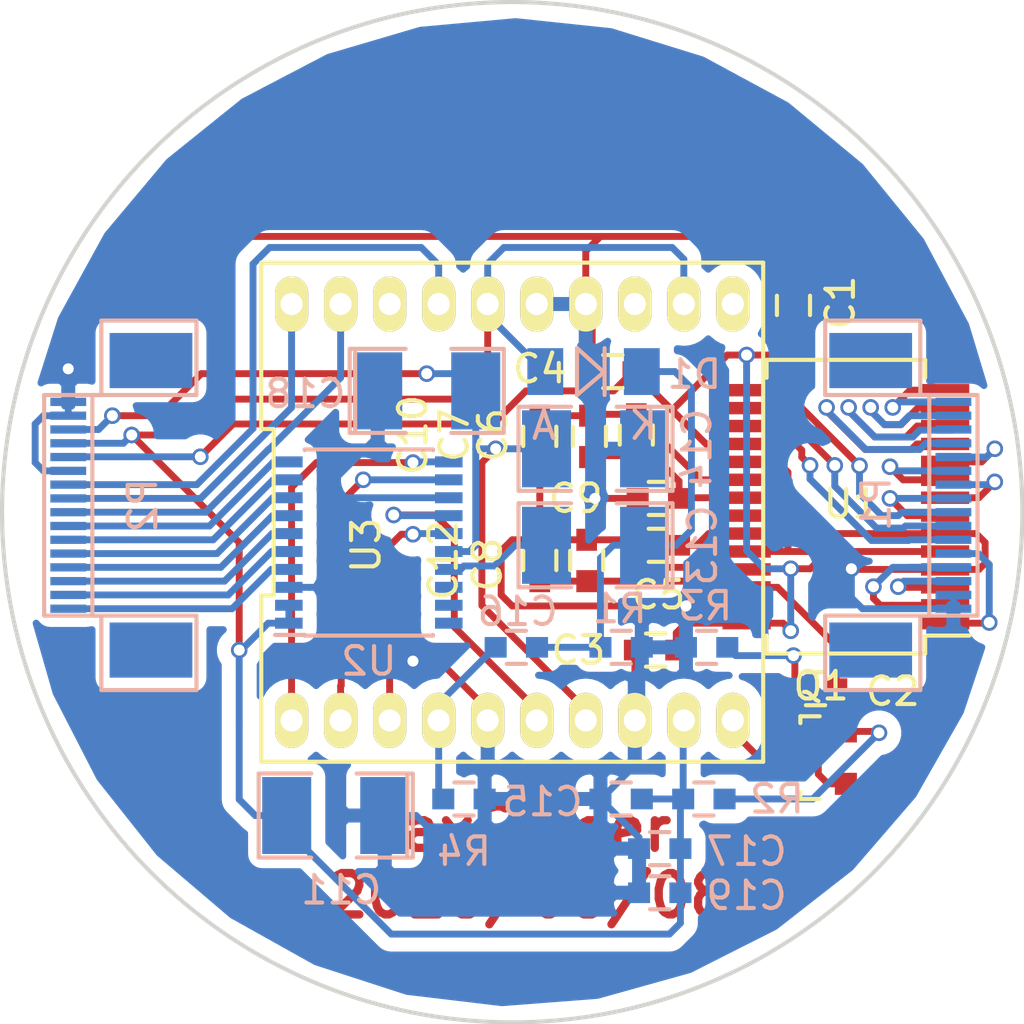
<source format=kicad_pcb>
(kicad_pcb (version 4) (host pcbnew 4.1.0-alpha+201606051201+6884~45~ubuntu16.04.1-product)

  (general
    (links 102)
    (no_connects 2)
    (area 89.424999 84.424999 126.575001 121.575001)
    (thickness 1.6)
    (drawings 2)
    (tracks 444)
    (zones 0)
    (modules 30)
    (nets 44)
  )

  (page A4)
  (layers
    (0 F.Cu signal)
    (31 B.Cu signal)
    (32 B.Adhes user)
    (33 F.Adhes user)
    (34 B.Paste user)
    (35 F.Paste user)
    (36 B.SilkS user)
    (37 F.SilkS user)
    (38 B.Mask user)
    (39 F.Mask user)
    (40 Dwgs.User user)
    (41 Cmts.User user)
    (42 Eco1.User user)
    (43 Eco2.User user)
    (44 Edge.Cuts user)
    (45 Margin user)
    (46 B.CrtYd user)
    (47 F.CrtYd user)
    (48 B.Fab user)
    (49 F.Fab user)
  )

  (setup
    (last_trace_width 0.25)
    (trace_clearance 0.2)
    (zone_clearance 0.508)
    (zone_45_only no)
    (trace_min 0.2)
    (segment_width 0.2)
    (edge_width 0.15)
    (via_size 0.6)
    (via_drill 0.4)
    (via_min_size 0.4)
    (via_min_drill 0.3)
    (uvia_size 0.3)
    (uvia_drill 0.1)
    (uvias_allowed no)
    (uvia_min_size 0.2)
    (uvia_min_drill 0.1)
    (pcb_text_width 0.3)
    (pcb_text_size 1.5 1.5)
    (mod_edge_width 0.15)
    (mod_text_size 1 1)
    (mod_text_width 0.15)
    (pad_size 1.524 1.524)
    (pad_drill 0.762)
    (pad_to_mask_clearance 0.2)
    (aux_axis_origin 108 103)
    (visible_elements FFFEFF7F)
    (pcbplotparams
      (layerselection 0x0103c_ffffffff)
      (usegerberextensions false)
      (excludeedgelayer true)
      (linewidth 0.100000)
      (plotframeref false)
      (viasonmask false)
      (mode 1)
      (useauxorigin false)
      (hpglpennumber 1)
      (hpglpenspeed 20)
      (hpglpendiameter 15)
      (psnegative false)
      (psa4output false)
      (plotreference true)
      (plotvalue false)
      (plotinvisibletext false)
      (padsonsilk false)
      (subtractmaskfromsilk false)
      (outputformat 1)
      (mirror false)
      (drillshape 0)
      (scaleselection 1)
      (outputdirectory gerber/))
  )

  (net 0 "")
  (net 1 +5V)
  (net 2 GND)
  (net 3 "Net-(C2-Pad1)")
  (net 4 "Net-(C2-Pad2)")
  (net 5 "Net-(C5-Pad1)")
  (net 6 "Net-(C6-Pad1)")
  (net 7 "Net-(C10-Pad1)")
  (net 8 "Net-(C12-Pad1)")
  (net 9 /+15V)
  (net 10 "Net-(C13-Pad1)")
  (net 11 "Net-(C13-Pad2)")
  (net 12 /-9V)
  (net 13 "Net-(C16-Pad1)")
  (net 14 "Net-(P1-Pad3)")
  (net 15 "Net-(P1-Pad4)")
  (net 16 "Net-(P1-Pad5)")
  (net 17 /SDATA)
  (net 18 /SCLK)
  (net 19 /SLOAD)
  (net 20 "Net-(P1-Pad9)")
  (net 21 "Net-(P1-Pad10)")
  (net 22 "Net-(P1-Pad11)")
  (net 23 "Net-(P1-Pad12)")
  (net 24 "Net-(P1-Pad13)")
  (net 25 "Net-(P1-Pad14)")
  (net 26 "Net-(P1-Pad15)")
  (net 27 "Net-(P1-Pad16)")
  (net 28 "Net-(P2-Pad7)")
  (net 29 "Net-(P2-Pad8)")
  (net 30 "Net-(P2-Pad9)")
  (net 31 "Net-(P2-Pad10)")
  (net 32 "Net-(P2-Pad11)")
  (net 33 "Net-(P2-Pad12)")
  (net 34 "Net-(P2-Pad13)")
  (net 35 "Net-(P2-Pad14)")
  (net 36 "Net-(P2-Pad15)")
  (net 37 "Net-(P2-Pad16)")
  (net 38 "Net-(Q1-Pad2)")
  (net 39 "Net-(Q1-Pad3)")
  (net 40 "Net-(U2-Pad11)")
  (net 41 "Net-(U2-Pad12)")
  (net 42 "Net-(U2-Pad14)")
  (net 43 "Net-(U2-Pad15)")

  (net_class Default "This is the default net class."
    (clearance 0.2)
    (trace_width 0.25)
    (via_dia 0.6)
    (via_drill 0.4)
    (uvia_dia 0.3)
    (uvia_drill 0.1)
    (add_net +5V)
    (add_net /+15V)
    (add_net /-9V)
    (add_net /SCLK)
    (add_net /SDATA)
    (add_net /SLOAD)
    (add_net GND)
    (add_net "Net-(C10-Pad1)")
    (add_net "Net-(C12-Pad1)")
    (add_net "Net-(C13-Pad1)")
    (add_net "Net-(C13-Pad2)")
    (add_net "Net-(C16-Pad1)")
    (add_net "Net-(C2-Pad1)")
    (add_net "Net-(C2-Pad2)")
    (add_net "Net-(C5-Pad1)")
    (add_net "Net-(C6-Pad1)")
    (add_net "Net-(P1-Pad10)")
    (add_net "Net-(P1-Pad11)")
    (add_net "Net-(P1-Pad12)")
    (add_net "Net-(P1-Pad13)")
    (add_net "Net-(P1-Pad14)")
    (add_net "Net-(P1-Pad15)")
    (add_net "Net-(P1-Pad16)")
    (add_net "Net-(P1-Pad3)")
    (add_net "Net-(P1-Pad4)")
    (add_net "Net-(P1-Pad5)")
    (add_net "Net-(P1-Pad9)")
    (add_net "Net-(P2-Pad10)")
    (add_net "Net-(P2-Pad11)")
    (add_net "Net-(P2-Pad12)")
    (add_net "Net-(P2-Pad13)")
    (add_net "Net-(P2-Pad14)")
    (add_net "Net-(P2-Pad15)")
    (add_net "Net-(P2-Pad16)")
    (add_net "Net-(P2-Pad7)")
    (add_net "Net-(P2-Pad8)")
    (add_net "Net-(P2-Pad9)")
    (add_net "Net-(Q1-Pad2)")
    (add_net "Net-(Q1-Pad3)")
    (add_net "Net-(U2-Pad11)")
    (add_net "Net-(U2-Pad12)")
    (add_net "Net-(U2-Pad14)")
    (add_net "Net-(U2-Pad15)")
  )

  (module Capacitors_SMD:C_0603 (layer F.Cu) (tedit 5415D631) (tstamp 575638B9)
    (at 118.2 95.5 90)
    (descr "Capacitor SMD 0603, reflow soldering, AVX (see smccp.pdf)")
    (tags "capacitor 0603")
    (path /570FC8C8)
    (attr smd)
    (fp_text reference C1 (at 0.1 1.7 90) (layer F.SilkS)
      (effects (font (size 1 1) (thickness 0.15)))
    )
    (fp_text value 0.1 (at 0 1.9 90) (layer F.Fab)
      (effects (font (size 1 1) (thickness 0.15)))
    )
    (fp_line (start -1.45 -0.75) (end 1.45 -0.75) (layer F.CrtYd) (width 0.05))
    (fp_line (start -1.45 0.75) (end 1.45 0.75) (layer F.CrtYd) (width 0.05))
    (fp_line (start -1.45 -0.75) (end -1.45 0.75) (layer F.CrtYd) (width 0.05))
    (fp_line (start 1.45 -0.75) (end 1.45 0.75) (layer F.CrtYd) (width 0.05))
    (fp_line (start -0.35 -0.6) (end 0.35 -0.6) (layer F.SilkS) (width 0.15))
    (fp_line (start 0.35 0.6) (end -0.35 0.6) (layer F.SilkS) (width 0.15))
    (pad 1 smd rect (at -0.75 0 90) (size 0.8 0.75) (layers F.Cu F.Paste F.Mask)
      (net 1 +5V))
    (pad 2 smd rect (at 0.75 0 90) (size 0.8 0.75) (layers F.Cu F.Paste F.Mask)
      (net 2 GND))
    (model Capacitors_SMD.3dshapes/C_0603.wrl
      (at (xyz 0 0 0))
      (scale (xyz 1 1 1))
      (rotate (xyz 0 0 0))
    )
  )

  (module Capacitors_SMD:C_0603 (layer F.Cu) (tedit 5415D631) (tstamp 575638BF)
    (at 119 109.4 180)
    (descr "Capacitor SMD 0603, reflow soldering, AVX (see smccp.pdf)")
    (tags "capacitor 0603")
    (path /570AF3F1)
    (attr smd)
    (fp_text reference C2 (at -2.8 -0.1 180) (layer F.SilkS)
      (effects (font (size 1 1) (thickness 0.15)))
    )
    (fp_text value 0.1 (at 0 1.9 180) (layer F.Fab)
      (effects (font (size 1 1) (thickness 0.15)))
    )
    (fp_line (start -1.45 -0.75) (end 1.45 -0.75) (layer F.CrtYd) (width 0.05))
    (fp_line (start -1.45 0.75) (end 1.45 0.75) (layer F.CrtYd) (width 0.05))
    (fp_line (start -1.45 -0.75) (end -1.45 0.75) (layer F.CrtYd) (width 0.05))
    (fp_line (start 1.45 -0.75) (end 1.45 0.75) (layer F.CrtYd) (width 0.05))
    (fp_line (start -0.35 -0.6) (end 0.35 -0.6) (layer F.SilkS) (width 0.15))
    (fp_line (start 0.35 0.6) (end -0.35 0.6) (layer F.SilkS) (width 0.15))
    (pad 1 smd rect (at -0.75 0 180) (size 0.8 0.75) (layers F.Cu F.Paste F.Mask)
      (net 3 "Net-(C2-Pad1)"))
    (pad 2 smd rect (at 0.75 0 180) (size 0.8 0.75) (layers F.Cu F.Paste F.Mask)
      (net 4 "Net-(C2-Pad2)"))
    (model Capacitors_SMD.3dshapes/C_0603.wrl
      (at (xyz 0 0 0))
      (scale (xyz 1 1 1))
      (rotate (xyz 0 0 0))
    )
  )

  (module Capacitors_SMD:C_0603 (layer F.Cu) (tedit 5415D631) (tstamp 575638C5)
    (at 113.2 108 180)
    (descr "Capacitor SMD 0603, reflow soldering, AVX (see smccp.pdf)")
    (tags "capacitor 0603")
    (path /570F414B)
    (attr smd)
    (fp_text reference C3 (at 2.8 0 180) (layer F.SilkS)
      (effects (font (size 1 1) (thickness 0.15)))
    )
    (fp_text value 0.1 (at 0 1.9 180) (layer F.Fab)
      (effects (font (size 1 1) (thickness 0.15)))
    )
    (fp_line (start -1.45 -0.75) (end 1.45 -0.75) (layer F.CrtYd) (width 0.05))
    (fp_line (start -1.45 0.75) (end 1.45 0.75) (layer F.CrtYd) (width 0.05))
    (fp_line (start -1.45 -0.75) (end -1.45 0.75) (layer F.CrtYd) (width 0.05))
    (fp_line (start 1.45 -0.75) (end 1.45 0.75) (layer F.CrtYd) (width 0.05))
    (fp_line (start -0.35 -0.6) (end 0.35 -0.6) (layer F.SilkS) (width 0.15))
    (fp_line (start 0.35 0.6) (end -0.35 0.6) (layer F.SilkS) (width 0.15))
    (pad 1 smd rect (at -0.75 0 180) (size 0.8 0.75) (layers F.Cu F.Paste F.Mask)
      (net 1 +5V))
    (pad 2 smd rect (at 0.75 0 180) (size 0.8 0.75) (layers F.Cu F.Paste F.Mask)
      (net 2 GND))
    (model Capacitors_SMD.3dshapes/C_0603.wrl
      (at (xyz 0 0 0))
      (scale (xyz 1 1 1))
      (rotate (xyz 0 0 0))
    )
  )

  (module Capacitors_SMD:C_0603 (layer F.Cu) (tedit 5415D631) (tstamp 575638CB)
    (at 111.65 97.9)
    (descr "Capacitor SMD 0603, reflow soldering, AVX (see smccp.pdf)")
    (tags "capacitor 0603")
    (path /570F660F)
    (attr smd)
    (fp_text reference C4 (at -2.65 -0.1) (layer F.SilkS)
      (effects (font (size 1 1) (thickness 0.15)))
    )
    (fp_text value 0.1 (at 0 1.9) (layer F.Fab)
      (effects (font (size 1 1) (thickness 0.15)))
    )
    (fp_line (start -1.45 -0.75) (end 1.45 -0.75) (layer F.CrtYd) (width 0.05))
    (fp_line (start -1.45 0.75) (end 1.45 0.75) (layer F.CrtYd) (width 0.05))
    (fp_line (start -1.45 -0.75) (end -1.45 0.75) (layer F.CrtYd) (width 0.05))
    (fp_line (start 1.45 -0.75) (end 1.45 0.75) (layer F.CrtYd) (width 0.05))
    (fp_line (start -0.35 -0.6) (end 0.35 -0.6) (layer F.SilkS) (width 0.15))
    (fp_line (start 0.35 0.6) (end -0.35 0.6) (layer F.SilkS) (width 0.15))
    (pad 1 smd rect (at -0.75 0) (size 0.8 0.75) (layers F.Cu F.Paste F.Mask)
      (net 2 GND))
    (pad 2 smd rect (at 0.75 0) (size 0.8 0.75) (layers F.Cu F.Paste F.Mask)
      (net 1 +5V))
    (model Capacitors_SMD.3dshapes/C_0603.wrl
      (at (xyz 0 0 0))
      (scale (xyz 1 1 1))
      (rotate (xyz 0 0 0))
    )
  )

  (module Capacitors_SMD:C_0603 (layer F.Cu) (tedit 5415D631) (tstamp 575638D1)
    (at 113.3 104.2 180)
    (descr "Capacitor SMD 0603, reflow soldering, AVX (see smccp.pdf)")
    (tags "capacitor 0603")
    (path /570F542A)
    (attr smd)
    (fp_text reference C5 (at 0 -1.8 180) (layer F.SilkS)
      (effects (font (size 1 1) (thickness 0.15)))
    )
    (fp_text value 0.1 (at 0 1.9 180) (layer F.Fab)
      (effects (font (size 1 1) (thickness 0.15)))
    )
    (fp_line (start -1.45 -0.75) (end 1.45 -0.75) (layer F.CrtYd) (width 0.05))
    (fp_line (start -1.45 0.75) (end 1.45 0.75) (layer F.CrtYd) (width 0.05))
    (fp_line (start -1.45 -0.75) (end -1.45 0.75) (layer F.CrtYd) (width 0.05))
    (fp_line (start 1.45 -0.75) (end 1.45 0.75) (layer F.CrtYd) (width 0.05))
    (fp_line (start -0.35 -0.6) (end 0.35 -0.6) (layer F.SilkS) (width 0.15))
    (fp_line (start 0.35 0.6) (end -0.35 0.6) (layer F.SilkS) (width 0.15))
    (pad 1 smd rect (at -0.75 0 180) (size 0.8 0.75) (layers F.Cu F.Paste F.Mask)
      (net 5 "Net-(C5-Pad1)"))
    (pad 2 smd rect (at 0.75 0 180) (size 0.8 0.75) (layers F.Cu F.Paste F.Mask)
      (net 2 GND))
    (model Capacitors_SMD.3dshapes/C_0603.wrl
      (at (xyz 0 0 0))
      (scale (xyz 1 1 1))
      (rotate (xyz 0 0 0))
    )
  )

  (module Capacitors_SMD:C_0603 (layer F.Cu) (tedit 5415D631) (tstamp 575638D7)
    (at 112.5 100.2 90)
    (descr "Capacitor SMD 0603, reflow soldering, AVX (see smccp.pdf)")
    (tags "capacitor 0603")
    (path /570F62FD)
    (attr smd)
    (fp_text reference C6 (at 0 -5.2 90) (layer F.SilkS)
      (effects (font (size 1 1) (thickness 0.15)))
    )
    (fp_text value 0.1 (at 0 1.9 90) (layer F.Fab)
      (effects (font (size 1 1) (thickness 0.15)))
    )
    (fp_line (start -1.45 -0.75) (end 1.45 -0.75) (layer F.CrtYd) (width 0.05))
    (fp_line (start -1.45 0.75) (end 1.45 0.75) (layer F.CrtYd) (width 0.05))
    (fp_line (start -1.45 -0.75) (end -1.45 0.75) (layer F.CrtYd) (width 0.05))
    (fp_line (start 1.45 -0.75) (end 1.45 0.75) (layer F.CrtYd) (width 0.05))
    (fp_line (start -0.35 -0.6) (end 0.35 -0.6) (layer F.SilkS) (width 0.15))
    (fp_line (start 0.35 0.6) (end -0.35 0.6) (layer F.SilkS) (width 0.15))
    (pad 1 smd rect (at -0.75 0 90) (size 0.8 0.75) (layers F.Cu F.Paste F.Mask)
      (net 6 "Net-(C6-Pad1)"))
    (pad 2 smd rect (at 0.75 0 90) (size 0.8 0.75) (layers F.Cu F.Paste F.Mask)
      (net 7 "Net-(C10-Pad1)"))
    (model Capacitors_SMD.3dshapes/C_0603.wrl
      (at (xyz 0 0 0))
      (scale (xyz 1 1 1))
      (rotate (xyz 0 0 0))
    )
  )

  (module Capacitors_SMD:C_0603 (layer F.Cu) (tedit 5415D631) (tstamp 575638DD)
    (at 110.8 100.25 90)
    (descr "Capacitor SMD 0603, reflow soldering, AVX (see smccp.pdf)")
    (tags "capacitor 0603")
    (path /570F6287)
    (attr smd)
    (fp_text reference C7 (at 0.05 -4.9 90) (layer F.SilkS)
      (effects (font (size 1 1) (thickness 0.15)))
    )
    (fp_text value 10 (at 0 1.9 90) (layer F.Fab)
      (effects (font (size 1 1) (thickness 0.15)))
    )
    (fp_line (start -1.45 -0.75) (end 1.45 -0.75) (layer F.CrtYd) (width 0.05))
    (fp_line (start -1.45 0.75) (end 1.45 0.75) (layer F.CrtYd) (width 0.05))
    (fp_line (start -1.45 -0.75) (end -1.45 0.75) (layer F.CrtYd) (width 0.05))
    (fp_line (start 1.45 -0.75) (end 1.45 0.75) (layer F.CrtYd) (width 0.05))
    (fp_line (start -0.35 -0.6) (end 0.35 -0.6) (layer F.SilkS) (width 0.15))
    (fp_line (start 0.35 0.6) (end -0.35 0.6) (layer F.SilkS) (width 0.15))
    (pad 1 smd rect (at -0.75 0 90) (size 0.8 0.75) (layers F.Cu F.Paste F.Mask)
      (net 6 "Net-(C6-Pad1)"))
    (pad 2 smd rect (at 0.75 0 90) (size 0.8 0.75) (layers F.Cu F.Paste F.Mask)
      (net 7 "Net-(C10-Pad1)"))
    (model Capacitors_SMD.3dshapes/C_0603.wrl
      (at (xyz 0 0 0))
      (scale (xyz 1 1 1))
      (rotate (xyz 0 0 0))
    )
  )

  (module Capacitors_SMD:C_0603 (layer F.Cu) (tedit 5415D631) (tstamp 575638E3)
    (at 110.7 104.75 90)
    (descr "Capacitor SMD 0603, reflow soldering, AVX (see smccp.pdf)")
    (tags "capacitor 0603")
    (path /570F537D)
    (attr smd)
    (fp_text reference C8 (at -0.15 -3.6 90) (layer F.SilkS)
      (effects (font (size 1 1) (thickness 0.15)))
    )
    (fp_text value 0.1 (at 0 1.9 90) (layer F.Fab)
      (effects (font (size 1 1) (thickness 0.15)))
    )
    (fp_line (start -1.45 -0.75) (end 1.45 -0.75) (layer F.CrtYd) (width 0.05))
    (fp_line (start -1.45 0.75) (end 1.45 0.75) (layer F.CrtYd) (width 0.05))
    (fp_line (start -1.45 -0.75) (end -1.45 0.75) (layer F.CrtYd) (width 0.05))
    (fp_line (start 1.45 -0.75) (end 1.45 0.75) (layer F.CrtYd) (width 0.05))
    (fp_line (start -0.35 -0.6) (end 0.35 -0.6) (layer F.SilkS) (width 0.15))
    (fp_line (start 0.35 0.6) (end -0.35 0.6) (layer F.SilkS) (width 0.15))
    (pad 1 smd rect (at -0.75 0 90) (size 0.8 0.75) (layers F.Cu F.Paste F.Mask)
      (net 8 "Net-(C12-Pad1)"))
    (pad 2 smd rect (at 0.75 0 90) (size 0.8 0.75) (layers F.Cu F.Paste F.Mask)
      (net 2 GND))
    (model Capacitors_SMD.3dshapes/C_0603.wrl
      (at (xyz 0 0 0))
      (scale (xyz 1 1 1))
      (rotate (xyz 0 0 0))
    )
  )

  (module Capacitors_SMD:C_0603 (layer F.Cu) (tedit 5415D631) (tstamp 575638E9)
    (at 113.3 102.5 180)
    (descr "Capacitor SMD 0603, reflow soldering, AVX (see smccp.pdf)")
    (tags "capacitor 0603")
    (path /570F6110)
    (attr smd)
    (fp_text reference C9 (at 3 0 180) (layer F.SilkS)
      (effects (font (size 1 1) (thickness 0.15)))
    )
    (fp_text value 0.1 (at 0 1.9 180) (layer F.Fab)
      (effects (font (size 1 1) (thickness 0.15)))
    )
    (fp_line (start -1.45 -0.75) (end 1.45 -0.75) (layer F.CrtYd) (width 0.05))
    (fp_line (start -1.45 0.75) (end 1.45 0.75) (layer F.CrtYd) (width 0.05))
    (fp_line (start -1.45 -0.75) (end -1.45 0.75) (layer F.CrtYd) (width 0.05))
    (fp_line (start 1.45 -0.75) (end 1.45 0.75) (layer F.CrtYd) (width 0.05))
    (fp_line (start -0.35 -0.6) (end 0.35 -0.6) (layer F.SilkS) (width 0.15))
    (fp_line (start 0.35 0.6) (end -0.35 0.6) (layer F.SilkS) (width 0.15))
    (pad 1 smd rect (at -0.75 0 180) (size 0.8 0.75) (layers F.Cu F.Paste F.Mask)
      (net 6 "Net-(C6-Pad1)"))
    (pad 2 smd rect (at 0.75 0 180) (size 0.8 0.75) (layers F.Cu F.Paste F.Mask)
      (net 2 GND))
    (model Capacitors_SMD.3dshapes/C_0603.wrl
      (at (xyz 0 0 0))
      (scale (xyz 1 1 1))
      (rotate (xyz 0 0 0))
    )
  )

  (module Capacitors_SMD:C_0603 (layer F.Cu) (tedit 5415D631) (tstamp 575638EF)
    (at 109 100.25 270)
    (descr "Capacitor SMD 0603, reflow soldering, AVX (see smccp.pdf)")
    (tags "capacitor 0603")
    (path /570F647D)
    (attr smd)
    (fp_text reference C10 (at -0.05 4.6 270) (layer F.SilkS)
      (effects (font (size 1 1) (thickness 0.15)))
    )
    (fp_text value 0.1 (at 0 1.9 270) (layer F.Fab)
      (effects (font (size 1 1) (thickness 0.15)))
    )
    (fp_line (start -1.45 -0.75) (end 1.45 -0.75) (layer F.CrtYd) (width 0.05))
    (fp_line (start -1.45 0.75) (end 1.45 0.75) (layer F.CrtYd) (width 0.05))
    (fp_line (start -1.45 -0.75) (end -1.45 0.75) (layer F.CrtYd) (width 0.05))
    (fp_line (start 1.45 -0.75) (end 1.45 0.75) (layer F.CrtYd) (width 0.05))
    (fp_line (start -0.35 -0.6) (end 0.35 -0.6) (layer F.SilkS) (width 0.15))
    (fp_line (start 0.35 0.6) (end -0.35 0.6) (layer F.SilkS) (width 0.15))
    (pad 1 smd rect (at -0.75 0 270) (size 0.8 0.75) (layers F.Cu F.Paste F.Mask)
      (net 7 "Net-(C10-Pad1)"))
    (pad 2 smd rect (at 0.75 0 270) (size 0.8 0.75) (layers F.Cu F.Paste F.Mask)
      (net 2 GND))
    (model Capacitors_SMD.3dshapes/C_0603.wrl
      (at (xyz 0 0 0))
      (scale (xyz 1 1 1))
      (rotate (xyz 0 0 0))
    )
  )

  (module SMD_Packages:SMD-1210_Pol (layer B.Cu) (tedit 0) (tstamp 575638F5)
    (at 101.6 114 180)
    (tags "CMS SM")
    (path /570A8CFC)
    (attr smd)
    (fp_text reference C11 (at -0.2 -2.7 180) (layer B.SilkS)
      (effects (font (size 1 1) (thickness 0.15)) (justify mirror))
    )
    (fp_text value 3.3/16V (at 0 -0.762 180) (layer B.Fab)
      (effects (font (size 1 1) (thickness 0.15)) (justify mirror))
    )
    (fp_line (start -2.794 1.524) (end -2.794 -1.524) (layer B.SilkS) (width 0.15))
    (fp_line (start 0.889 -1.524) (end 2.794 -1.524) (layer B.SilkS) (width 0.15))
    (fp_line (start 2.794 -1.524) (end 2.794 1.524) (layer B.SilkS) (width 0.15))
    (fp_line (start 2.794 1.524) (end 0.889 1.524) (layer B.SilkS) (width 0.15))
    (fp_line (start -0.762 1.524) (end -2.794 1.524) (layer B.SilkS) (width 0.15))
    (fp_line (start -2.594 1.524) (end -2.594 -1.524) (layer B.SilkS) (width 0.15))
    (fp_line (start -2.794 -1.524) (end -0.762 -1.524) (layer B.SilkS) (width 0.15))
    (pad 1 smd rect (at -1.778 0 180) (size 1.778 2.794) (layers B.Cu B.Paste B.Mask)
      (net 2 GND))
    (pad 2 smd rect (at 1.778 0 180) (size 1.778 2.794) (layers B.Cu B.Paste B.Mask)
      (net 9 /+15V))
    (model SMD_Packages.3dshapes/SMD-1210_Pol.wrl
      (at (xyz 0 0 0))
      (scale (xyz 0.2 0.2 0.2))
      (rotate (xyz 0 0 0))
    )
  )

  (module Capacitors_SMD:C_0603 (layer F.Cu) (tedit 5415D631) (tstamp 575638FB)
    (at 109 104.75 90)
    (descr "Capacitor SMD 0603, reflow soldering, AVX (see smccp.pdf)")
    (tags "capacitor 0603")
    (path /570F53D9)
    (attr smd)
    (fp_text reference C12 (at 0 -3.5 90) (layer F.SilkS)
      (effects (font (size 1 1) (thickness 0.15)))
    )
    (fp_text value 1 (at 0 1.9 90) (layer F.Fab)
      (effects (font (size 1 1) (thickness 0.15)))
    )
    (fp_line (start -1.45 -0.75) (end 1.45 -0.75) (layer F.CrtYd) (width 0.05))
    (fp_line (start -1.45 0.75) (end 1.45 0.75) (layer F.CrtYd) (width 0.05))
    (fp_line (start -1.45 -0.75) (end -1.45 0.75) (layer F.CrtYd) (width 0.05))
    (fp_line (start 1.45 -0.75) (end 1.45 0.75) (layer F.CrtYd) (width 0.05))
    (fp_line (start -0.35 -0.6) (end 0.35 -0.6) (layer F.SilkS) (width 0.15))
    (fp_line (start 0.35 0.6) (end -0.35 0.6) (layer F.SilkS) (width 0.15))
    (pad 1 smd rect (at -0.75 0 90) (size 0.8 0.75) (layers F.Cu F.Paste F.Mask)
      (net 8 "Net-(C12-Pad1)"))
    (pad 2 smd rect (at 0.75 0 90) (size 0.8 0.75) (layers F.Cu F.Paste F.Mask)
      (net 2 GND))
    (model Capacitors_SMD.3dshapes/C_0603.wrl
      (at (xyz 0 0 0))
      (scale (xyz 1 1 1))
      (rotate (xyz 0 0 0))
    )
  )

  (module SMD_Packages:SMD-1210_Pol (layer B.Cu) (tedit 0) (tstamp 57563901)
    (at 111.022 104.2 180)
    (tags "CMS SM")
    (path /570A7BCB)
    (attr smd)
    (fp_text reference C13 (at -3.878 0 90) (layer B.SilkS)
      (effects (font (size 1 1) (thickness 0.15)) (justify mirror))
    )
    (fp_text value 1/35V (at 0 -0.762 180) (layer B.Fab)
      (effects (font (size 1 1) (thickness 0.15)) (justify mirror))
    )
    (fp_line (start -2.794 1.524) (end -2.794 -1.524) (layer B.SilkS) (width 0.15))
    (fp_line (start 0.889 -1.524) (end 2.794 -1.524) (layer B.SilkS) (width 0.15))
    (fp_line (start 2.794 -1.524) (end 2.794 1.524) (layer B.SilkS) (width 0.15))
    (fp_line (start 2.794 1.524) (end 0.889 1.524) (layer B.SilkS) (width 0.15))
    (fp_line (start -0.762 1.524) (end -2.794 1.524) (layer B.SilkS) (width 0.15))
    (fp_line (start -2.594 1.524) (end -2.594 -1.524) (layer B.SilkS) (width 0.15))
    (fp_line (start -2.794 -1.524) (end -0.762 -1.524) (layer B.SilkS) (width 0.15))
    (pad 1 smd rect (at -1.778 0 180) (size 1.778 2.794) (layers B.Cu B.Paste B.Mask)
      (net 10 "Net-(C13-Pad1)"))
    (pad 2 smd rect (at 1.778 0 180) (size 1.778 2.794) (layers B.Cu B.Paste B.Mask)
      (net 11 "Net-(C13-Pad2)"))
    (model SMD_Packages.3dshapes/SMD-1210_Pol.wrl
      (at (xyz 0 0 0))
      (scale (xyz 0.2 0.2 0.2))
      (rotate (xyz 0 0 0))
    )
  )

  (module SMD_Packages:SMD-1210_Pol (layer B.Cu) (tedit 0) (tstamp 57563907)
    (at 111.022 100.7 180)
    (tags "CMS SM")
    (path /570A7A1A)
    (attr smd)
    (fp_text reference C14 (at -3.678 0 270) (layer B.SilkS)
      (effects (font (size 1 1) (thickness 0.15)) (justify mirror))
    )
    (fp_text value 22/16V (at 0 -0.762 180) (layer B.Fab)
      (effects (font (size 1 1) (thickness 0.15)) (justify mirror))
    )
    (fp_line (start -2.794 1.524) (end -2.794 -1.524) (layer B.SilkS) (width 0.15))
    (fp_line (start 0.889 -1.524) (end 2.794 -1.524) (layer B.SilkS) (width 0.15))
    (fp_line (start 2.794 -1.524) (end 2.794 1.524) (layer B.SilkS) (width 0.15))
    (fp_line (start 2.794 1.524) (end 0.889 1.524) (layer B.SilkS) (width 0.15))
    (fp_line (start -0.762 1.524) (end -2.794 1.524) (layer B.SilkS) (width 0.15))
    (fp_line (start -2.594 1.524) (end -2.594 -1.524) (layer B.SilkS) (width 0.15))
    (fp_line (start -2.794 -1.524) (end -0.762 -1.524) (layer B.SilkS) (width 0.15))
    (pad 1 smd rect (at -1.778 0 180) (size 1.778 2.794) (layers B.Cu B.Paste B.Mask)
      (net 2 GND))
    (pad 2 smd rect (at 1.778 0 180) (size 1.778 2.794) (layers B.Cu B.Paste B.Mask)
      (net 12 /-9V))
    (model SMD_Packages.3dshapes/SMD-1210_Pol.wrl
      (at (xyz 0 0 0))
      (scale (xyz 0.2 0.2 0.2))
      (rotate (xyz 0 0 0))
    )
  )

  (module Capacitors_SMD:C_0603 (layer B.Cu) (tedit 5415D631) (tstamp 5756390D)
    (at 111.95 113.4 180)
    (descr "Capacitor SMD 0603, reflow soldering, AVX (see smccp.pdf)")
    (tags "capacitor 0603")
    (path /570AC1A8)
    (attr smd)
    (fp_text reference C15 (at 2.85 -0.1 180) (layer B.SilkS)
      (effects (font (size 1 1) (thickness 0.15)) (justify mirror))
    )
    (fp_text value 0.01 (at 0 -1.9 180) (layer B.Fab)
      (effects (font (size 1 1) (thickness 0.15)) (justify mirror))
    )
    (fp_line (start -1.45 0.75) (end 1.45 0.75) (layer B.CrtYd) (width 0.05))
    (fp_line (start -1.45 -0.75) (end 1.45 -0.75) (layer B.CrtYd) (width 0.05))
    (fp_line (start -1.45 0.75) (end -1.45 -0.75) (layer B.CrtYd) (width 0.05))
    (fp_line (start 1.45 0.75) (end 1.45 -0.75) (layer B.CrtYd) (width 0.05))
    (fp_line (start -0.35 0.6) (end 0.35 0.6) (layer B.SilkS) (width 0.15))
    (fp_line (start 0.35 -0.6) (end -0.35 -0.6) (layer B.SilkS) (width 0.15))
    (pad 1 smd rect (at -0.75 0 180) (size 0.8 0.75) (layers B.Cu B.Paste B.Mask)
      (net 9 /+15V))
    (pad 2 smd rect (at 0.75 0 180) (size 0.8 0.75) (layers B.Cu B.Paste B.Mask)
      (net 2 GND))
    (model Capacitors_SMD.3dshapes/C_0603.wrl
      (at (xyz 0 0 0))
      (scale (xyz 1 1 1))
      (rotate (xyz 0 0 0))
    )
  )

  (module Capacitors_SMD:C_0603 (layer B.Cu) (tedit 5415D631) (tstamp 57563913)
    (at 108.15 107.9)
    (descr "Capacitor SMD 0603, reflow soldering, AVX (see smccp.pdf)")
    (tags "capacitor 0603")
    (path /570A7C22)
    (attr smd)
    (fp_text reference C16 (at 0.05 -1.3) (layer B.SilkS)
      (effects (font (size 1 1) (thickness 0.15)) (justify mirror))
    )
    (fp_text value 1 (at 0 -1.9) (layer B.Fab)
      (effects (font (size 1 1) (thickness 0.15)) (justify mirror))
    )
    (fp_line (start -1.45 0.75) (end 1.45 0.75) (layer B.CrtYd) (width 0.05))
    (fp_line (start -1.45 -0.75) (end 1.45 -0.75) (layer B.CrtYd) (width 0.05))
    (fp_line (start -1.45 0.75) (end -1.45 -0.75) (layer B.CrtYd) (width 0.05))
    (fp_line (start 1.45 0.75) (end 1.45 -0.75) (layer B.CrtYd) (width 0.05))
    (fp_line (start -0.35 0.6) (end 0.35 0.6) (layer B.SilkS) (width 0.15))
    (fp_line (start 0.35 -0.6) (end -0.35 -0.6) (layer B.SilkS) (width 0.15))
    (pad 1 smd rect (at -0.75 0) (size 0.8 0.75) (layers B.Cu B.Paste B.Mask)
      (net 13 "Net-(C16-Pad1)"))
    (pad 2 smd rect (at 0.75 0) (size 0.8 0.75) (layers B.Cu B.Paste B.Mask)
      (net 10 "Net-(C13-Pad1)"))
    (model Capacitors_SMD.3dshapes/C_0603.wrl
      (at (xyz 0 0 0))
      (scale (xyz 1 1 1))
      (rotate (xyz 0 0 0))
    )
  )

  (module Capacitors_SMD:C_0603 (layer B.Cu) (tedit 5415D631) (tstamp 57563919)
    (at 113.35 115.2)
    (descr "Capacitor SMD 0603, reflow soldering, AVX (see smccp.pdf)")
    (tags "capacitor 0603")
    (path /570A9441)
    (attr smd)
    (fp_text reference C17 (at 3.15 0.1) (layer B.SilkS)
      (effects (font (size 1 1) (thickness 0.15)) (justify mirror))
    )
    (fp_text value 3.3/20V (at 0 -1.9) (layer B.Fab)
      (effects (font (size 1 1) (thickness 0.15)) (justify mirror))
    )
    (fp_line (start -1.45 0.75) (end 1.45 0.75) (layer B.CrtYd) (width 0.05))
    (fp_line (start -1.45 -0.75) (end 1.45 -0.75) (layer B.CrtYd) (width 0.05))
    (fp_line (start -1.45 0.75) (end -1.45 -0.75) (layer B.CrtYd) (width 0.05))
    (fp_line (start 1.45 0.75) (end 1.45 -0.75) (layer B.CrtYd) (width 0.05))
    (fp_line (start -0.35 0.6) (end 0.35 0.6) (layer B.SilkS) (width 0.15))
    (fp_line (start 0.35 -0.6) (end -0.35 -0.6) (layer B.SilkS) (width 0.15))
    (pad 1 smd rect (at -0.75 0) (size 0.8 0.75) (layers B.Cu B.Paste B.Mask)
      (net 2 GND))
    (pad 2 smd rect (at 0.75 0) (size 0.8 0.75) (layers B.Cu B.Paste B.Mask)
      (net 9 /+15V))
    (model Capacitors_SMD.3dshapes/C_0603.wrl
      (at (xyz 0 0 0))
      (scale (xyz 1 1 1))
      (rotate (xyz 0 0 0))
    )
  )

  (module SMD_Packages:SMD-1210_Pol (layer B.Cu) (tedit 0) (tstamp 5756391F)
    (at 104.9 98.6)
    (tags "CMS SM")
    (path /570A7B27)
    (attr smd)
    (fp_text reference C18 (at -4.4 0.1) (layer B.SilkS)
      (effects (font (size 1 1) (thickness 0.15)) (justify mirror))
    )
    (fp_text value 3.3/16V (at 0 -0.762) (layer B.Fab)
      (effects (font (size 1 1) (thickness 0.15)) (justify mirror))
    )
    (fp_line (start -2.794 1.524) (end -2.794 -1.524) (layer B.SilkS) (width 0.15))
    (fp_line (start 0.889 -1.524) (end 2.794 -1.524) (layer B.SilkS) (width 0.15))
    (fp_line (start 2.794 -1.524) (end 2.794 1.524) (layer B.SilkS) (width 0.15))
    (fp_line (start 2.794 1.524) (end 0.889 1.524) (layer B.SilkS) (width 0.15))
    (fp_line (start -0.762 1.524) (end -2.794 1.524) (layer B.SilkS) (width 0.15))
    (fp_line (start -2.594 1.524) (end -2.594 -1.524) (layer B.SilkS) (width 0.15))
    (fp_line (start -2.794 -1.524) (end -0.762 -1.524) (layer B.SilkS) (width 0.15))
    (pad 1 smd rect (at -1.778 0) (size 1.778 2.794) (layers B.Cu B.Paste B.Mask)
      (net 2 GND))
    (pad 2 smd rect (at 1.778 0) (size 1.778 2.794) (layers B.Cu B.Paste B.Mask)
      (net 12 /-9V))
    (model SMD_Packages.3dshapes/SMD-1210_Pol.wrl
      (at (xyz 0 0 0))
      (scale (xyz 0.2 0.2 0.2))
      (rotate (xyz 0 0 0))
    )
  )

  (module Capacitors_SMD:C_0603 (layer B.Cu) (tedit 5415D631) (tstamp 57563925)
    (at 113.35 116.8)
    (descr "Capacitor SMD 0603, reflow soldering, AVX (see smccp.pdf)")
    (tags "capacitor 0603")
    (path /570A9524)
    (attr smd)
    (fp_text reference C19 (at 3.15 0.1) (layer B.SilkS)
      (effects (font (size 1 1) (thickness 0.15)) (justify mirror))
    )
    (fp_text value 0.01 (at 0 -1.9) (layer B.Fab)
      (effects (font (size 1 1) (thickness 0.15)) (justify mirror))
    )
    (fp_line (start -1.45 0.75) (end 1.45 0.75) (layer B.CrtYd) (width 0.05))
    (fp_line (start -1.45 -0.75) (end 1.45 -0.75) (layer B.CrtYd) (width 0.05))
    (fp_line (start -1.45 0.75) (end -1.45 -0.75) (layer B.CrtYd) (width 0.05))
    (fp_line (start 1.45 0.75) (end 1.45 -0.75) (layer B.CrtYd) (width 0.05))
    (fp_line (start -0.35 0.6) (end 0.35 0.6) (layer B.SilkS) (width 0.15))
    (fp_line (start 0.35 -0.6) (end -0.35 -0.6) (layer B.SilkS) (width 0.15))
    (pad 1 smd rect (at -0.75 0) (size 0.8 0.75) (layers B.Cu B.Paste B.Mask)
      (net 2 GND))
    (pad 2 smd rect (at 0.75 0) (size 0.8 0.75) (layers B.Cu B.Paste B.Mask)
      (net 9 /+15V))
    (model Capacitors_SMD.3dshapes/C_0603.wrl
      (at (xyz 0 0 0))
      (scale (xyz 1 1 1))
      (rotate (xyz 0 0 0))
    )
  )

  (module Diodes_SMD:MiniMELF_Standard (layer B.Cu) (tedit 55364937) (tstamp 5756392B)
    (at 110.94994 97.9 180)
    (descr "Diode Mini-MELF Standard")
    (tags "Diode Mini-MELF Standard")
    (path /570A85F8)
    (attr smd)
    (fp_text reference D1 (at -3.65006 -0.1 180) (layer B.SilkS)
      (effects (font (size 1 1) (thickness 0.15)) (justify mirror))
    )
    (fp_text value D_Small (at 0 -3.81 180) (layer B.Fab)
      (effects (font (size 1 1) (thickness 0.15)) (justify mirror))
    )
    (fp_line (start -2.55 1) (end 2.55 1) (layer B.CrtYd) (width 0.05))
    (fp_line (start 2.55 1) (end 2.55 -1) (layer B.CrtYd) (width 0.05))
    (fp_line (start 2.55 -1) (end -2.55 -1) (layer B.CrtYd) (width 0.05))
    (fp_line (start -2.55 -1) (end -2.55 1) (layer B.CrtYd) (width 0.05))
    (fp_line (start -0.40024 -0.0508) (end 0.60052 0.85) (layer B.SilkS) (width 0.15))
    (fp_line (start 0.60052 0.85) (end 0.60052 -0.85) (layer B.SilkS) (width 0.15))
    (fp_line (start 0.60052 -0.85) (end -0.40024 0) (layer B.SilkS) (width 0.15))
    (fp_line (start -0.40024 0.85) (end -0.40024 -0.85) (layer B.SilkS) (width 0.15))
    (fp_text user K (at -1.8 -1.95 180) (layer B.SilkS)
      (effects (font (size 1 1) (thickness 0.15)) (justify mirror))
    )
    (fp_text user A (at 1.8 -1.95 180) (layer B.SilkS)
      (effects (font (size 1 1) (thickness 0.15)) (justify mirror))
    )
    (fp_circle (center 0 0) (end 0 -0.55118) (layer B.Adhes) (width 0.381))
    (fp_circle (center 0 0) (end 0 -0.20066) (layer B.Adhes) (width 0.381))
    (pad 1 smd rect (at -1.75006 0 180) (size 1.30048 1.69926) (layers B.Cu B.Paste B.Mask)
      (net 10 "Net-(C13-Pad1)"))
    (pad 2 smd rect (at 1.75006 0 180) (size 1.30048 1.69926) (layers B.Cu B.Paste B.Mask)
      (net 9 /+15V))
    (model Diodes_SMD.3dshapes/MiniMELF_Standard.wrl
      (at (xyz 0 0 0))
      (scale (xyz 0.3937 0.3937 0.3937))
      (rotate (xyz 0 0 0))
    )
  )

  (module ccd:FPC_16 (layer B.Cu) (tedit 0) (tstamp 5756394D)
    (at 124 102.75 90)
    (path /57563EF8)
    (attr smd)
    (fp_text reference P1 (at 0.05 -2.8 90) (layer B.SilkS)
      (effects (font (size 1 1) (thickness 0.15)) (justify mirror))
    )
    (fp_text value CONN_01X16 (at 0 -2.95 90) (layer B.Fab)
      (effects (font (size 1 1) (thickness 0.15)) (justify mirror))
    )
    (fp_line (start -4 0.875) (end 4 0.875) (layer B.SilkS) (width 0.15))
    (fp_line (start -4 -0.875) (end 4 -0.875) (layer B.SilkS) (width 0.15))
    (fp_line (start -4 -0.875) (end -4 -4.65) (layer B.SilkS) (width 0.15))
    (fp_line (start 4 -0.875) (end 4 -4.65) (layer B.SilkS) (width 0.15))
    (fp_line (start -4 -4.65) (end -6.7 -4.65) (layer B.SilkS) (width 0.15))
    (fp_line (start 4 -4.65) (end 6.7 -4.65) (layer B.SilkS) (width 0.15))
    (fp_line (start -6.7 -4.65) (end -6.7 -1.2) (layer B.SilkS) (width 0.15))
    (fp_line (start 6.7 -4.65) (end 6.7 -1.2) (layer B.SilkS) (width 0.15))
    (fp_line (start -6.7 -1.2) (end -4 -1.2) (layer B.SilkS) (width 0.15))
    (fp_line (start 6.7 -1.2) (end 4 -1.2) (layer B.SilkS) (width 0.15))
    (fp_line (start -4 -1.2) (end -4 0.875) (layer B.SilkS) (width 0.15))
    (fp_line (start 4 -1.2) (end 4 0.875) (layer B.SilkS) (width 0.15))
    (pad 1 smd rect (at -3.75 0 90) (size 0.3 1.3) (layers B.Cu B.Paste B.Mask)
      (net 2 GND))
    (pad 2 smd rect (at -3.25 0 90) (size 0.3 1.3) (layers B.Cu B.Paste B.Mask)
      (net 2 GND))
    (pad 3 smd rect (at -2.75 0 90) (size 0.3 1.3) (layers B.Cu B.Paste B.Mask)
      (net 14 "Net-(P1-Pad3)"))
    (pad 4 smd rect (at -2.25 0 90) (size 0.3 1.3) (layers B.Cu B.Paste B.Mask)
      (net 15 "Net-(P1-Pad4)"))
    (pad 5 smd rect (at -1.75 0 90) (size 0.3 1.3) (layers B.Cu B.Paste B.Mask)
      (net 16 "Net-(P1-Pad5)"))
    (pad 6 smd rect (at -1.25 0 90) (size 0.3 1.3) (layers B.Cu B.Paste B.Mask)
      (net 19 /SLOAD))
    (pad 7 smd rect (at -0.75 0 90) (size 0.3 1.3) (layers B.Cu B.Paste B.Mask)
      (net 18 /SCLK))
    (pad 8 smd rect (at -0.25 0 90) (size 0.3 1.3) (layers B.Cu B.Paste B.Mask)
      (net 17 /SDATA))
    (pad 9 smd rect (at 0.25 0 90) (size 0.3 1.3) (layers B.Cu B.Paste B.Mask)
      (net 20 "Net-(P1-Pad9)"))
    (pad 10 smd rect (at 0.75 0 90) (size 0.3 1.3) (layers B.Cu B.Paste B.Mask)
      (net 21 "Net-(P1-Pad10)"))
    (pad 11 smd rect (at 1.25 0 90) (size 0.3 1.3) (layers B.Cu B.Paste B.Mask)
      (net 22 "Net-(P1-Pad11)"))
    (pad 12 smd rect (at 1.75 0 90) (size 0.3 1.3) (layers B.Cu B.Paste B.Mask)
      (net 23 "Net-(P1-Pad12)"))
    (pad 13 smd rect (at 2.25 0 90) (size 0.3 1.3) (layers B.Cu B.Paste B.Mask)
      (net 24 "Net-(P1-Pad13)"))
    (pad 14 smd rect (at 2.75 0 90) (size 0.3 1.3) (layers B.Cu B.Paste B.Mask)
      (net 25 "Net-(P1-Pad14)"))
    (pad 15 smd rect (at 3.25 0 90) (size 0.3 1.3) (layers B.Cu B.Paste B.Mask)
      (net 26 "Net-(P1-Pad15)"))
    (pad 16 smd rect (at 3.75 0 90) (size 0.3 1.3) (layers B.Cu B.Paste B.Mask)
      (net 27 "Net-(P1-Pad16)"))
    (pad 0 smd rect (at -5.25 -3 90) (size 2 3) (layers B.Cu B.Paste B.Mask))
    (pad 0 smd rect (at 5.25 -3 90) (size 2 3) (layers B.Cu B.Paste B.Mask))
  )

  (module ccd:FPC_16 (layer B.Cu) (tedit 0) (tstamp 5756396F)
    (at 91.9 102.75 270)
    (path /5756369C)
    (attr smd)
    (fp_text reference P2 (at 0 -2.7 270) (layer B.SilkS)
      (effects (font (size 1 1) (thickness 0.15)) (justify mirror))
    )
    (fp_text value CONN_01X16 (at 0 -2.95 270) (layer B.Fab)
      (effects (font (size 1 1) (thickness 0.15)) (justify mirror))
    )
    (fp_line (start -4 0.875) (end 4 0.875) (layer B.SilkS) (width 0.15))
    (fp_line (start -4 -0.875) (end 4 -0.875) (layer B.SilkS) (width 0.15))
    (fp_line (start -4 -0.875) (end -4 -4.65) (layer B.SilkS) (width 0.15))
    (fp_line (start 4 -0.875) (end 4 -4.65) (layer B.SilkS) (width 0.15))
    (fp_line (start -4 -4.65) (end -6.7 -4.65) (layer B.SilkS) (width 0.15))
    (fp_line (start 4 -4.65) (end 6.7 -4.65) (layer B.SilkS) (width 0.15))
    (fp_line (start -6.7 -4.65) (end -6.7 -1.2) (layer B.SilkS) (width 0.15))
    (fp_line (start 6.7 -4.65) (end 6.7 -1.2) (layer B.SilkS) (width 0.15))
    (fp_line (start -6.7 -1.2) (end -4 -1.2) (layer B.SilkS) (width 0.15))
    (fp_line (start 6.7 -1.2) (end 4 -1.2) (layer B.SilkS) (width 0.15))
    (fp_line (start -4 -1.2) (end -4 0.875) (layer B.SilkS) (width 0.15))
    (fp_line (start 4 -1.2) (end 4 0.875) (layer B.SilkS) (width 0.15))
    (pad 1 smd rect (at -3.75 0 270) (size 0.3 1.3) (layers B.Cu B.Paste B.Mask)
      (net 2 GND))
    (pad 2 smd rect (at -3.25 0 270) (size 0.3 1.3) (layers B.Cu B.Paste B.Mask)
      (net 2 GND))
    (pad 3 smd rect (at -2.75 0 270) (size 0.3 1.3) (layers B.Cu B.Paste B.Mask)
      (net 12 /-9V))
    (pad 4 smd rect (at -2.25 0 270) (size 0.3 1.3) (layers B.Cu B.Paste B.Mask)
      (net 9 /+15V))
    (pad 5 smd rect (at -1.75 0 270) (size 0.3 1.3) (layers B.Cu B.Paste B.Mask)
      (net 1 +5V))
    (pad 6 smd rect (at -1.25 0 270) (size 0.3 1.3) (layers B.Cu B.Paste B.Mask)
      (net 2 GND))
    (pad 7 smd rect (at -0.75 0 270) (size 0.3 1.3) (layers B.Cu B.Paste B.Mask)
      (net 28 "Net-(P2-Pad7)"))
    (pad 8 smd rect (at -0.25 0 270) (size 0.3 1.3) (layers B.Cu B.Paste B.Mask)
      (net 29 "Net-(P2-Pad8)"))
    (pad 9 smd rect (at 0.25 0 270) (size 0.3 1.3) (layers B.Cu B.Paste B.Mask)
      (net 30 "Net-(P2-Pad9)"))
    (pad 10 smd rect (at 0.75 0 270) (size 0.3 1.3) (layers B.Cu B.Paste B.Mask)
      (net 31 "Net-(P2-Pad10)"))
    (pad 11 smd rect (at 1.25 0 270) (size 0.3 1.3) (layers B.Cu B.Paste B.Mask)
      (net 32 "Net-(P2-Pad11)"))
    (pad 12 smd rect (at 1.75 0 270) (size 0.3 1.3) (layers B.Cu B.Paste B.Mask)
      (net 33 "Net-(P2-Pad12)"))
    (pad 13 smd rect (at 2.25 0 270) (size 0.3 1.3) (layers B.Cu B.Paste B.Mask)
      (net 34 "Net-(P2-Pad13)"))
    (pad 14 smd rect (at 2.75 0 270) (size 0.3 1.3) (layers B.Cu B.Paste B.Mask)
      (net 35 "Net-(P2-Pad14)"))
    (pad 15 smd rect (at 3.25 0 270) (size 0.3 1.3) (layers B.Cu B.Paste B.Mask)
      (net 36 "Net-(P2-Pad15)"))
    (pad 16 smd rect (at 3.75 0 270) (size 0.3 1.3) (layers B.Cu B.Paste B.Mask)
      (net 37 "Net-(P2-Pad16)"))
    (pad 0 smd rect (at -5.25 -3 270) (size 2 3) (layers B.Cu B.Paste B.Mask))
    (pad 0 smd rect (at 5.25 -3 270) (size 2 3) (layers B.Cu B.Paste B.Mask))
  )

  (module TO_SOT_Packages_SMD:SOT-23 (layer F.Cu) (tedit 553634F8) (tstamp 57563976)
    (at 119.1 111.9 90)
    (descr "SOT-23, Standard")
    (tags SOT-23)
    (path /5757AB63)
    (attr smd)
    (fp_text reference Q1 (at 2.6 0.1 -180) (layer F.SilkS)
      (effects (font (size 1 1) (thickness 0.15)))
    )
    (fp_text value BF862 (at 0 2.3 90) (layer F.Fab)
      (effects (font (size 1 1) (thickness 0.15)))
    )
    (fp_line (start -1.65 -1.6) (end 1.65 -1.6) (layer F.CrtYd) (width 0.05))
    (fp_line (start 1.65 -1.6) (end 1.65 1.6) (layer F.CrtYd) (width 0.05))
    (fp_line (start 1.65 1.6) (end -1.65 1.6) (layer F.CrtYd) (width 0.05))
    (fp_line (start -1.65 1.6) (end -1.65 -1.6) (layer F.CrtYd) (width 0.05))
    (fp_line (start 1.29916 -0.65024) (end 1.2509 -0.65024) (layer F.SilkS) (width 0.15))
    (fp_line (start -1.49982 0.0508) (end -1.49982 -0.65024) (layer F.SilkS) (width 0.15))
    (fp_line (start -1.49982 -0.65024) (end -1.2509 -0.65024) (layer F.SilkS) (width 0.15))
    (fp_line (start 1.29916 -0.65024) (end 1.49982 -0.65024) (layer F.SilkS) (width 0.15))
    (fp_line (start 1.49982 -0.65024) (end 1.49982 0.0508) (layer F.SilkS) (width 0.15))
    (pad 1 smd rect (at -0.95 1.00076 90) (size 0.8001 0.8001) (layers F.Cu F.Paste F.Mask)
      (net 4 "Net-(C2-Pad2)"))
    (pad 2 smd rect (at 0.95 1.00076 90) (size 0.8001 0.8001) (layers F.Cu F.Paste F.Mask)
      (net 38 "Net-(Q1-Pad2)"))
    (pad 3 smd rect (at 0 -0.99822 90) (size 0.8001 0.8001) (layers F.Cu F.Paste F.Mask)
      (net 39 "Net-(Q1-Pad3)"))
    (model TO_SOT_Packages_SMD.3dshapes/SOT-23.wrl
      (at (xyz 0 0 0))
      (scale (xyz 1 1 1))
      (rotate (xyz 0 0 0))
    )
  )

  (module Capacitors_SMD:C_0603 (layer B.Cu) (tedit 5415D631) (tstamp 5756397C)
    (at 111.95 107.9)
    (descr "Capacitor SMD 0603, reflow soldering, AVX (see smccp.pdf)")
    (tags "capacitor 0603")
    (path /570A8555)
    (attr smd)
    (fp_text reference R1 (at -0.05 -1.4) (layer B.SilkS)
      (effects (font (size 1 1) (thickness 0.15)) (justify mirror))
    )
    (fp_text value 100K (at 0 -1.9) (layer B.Fab)
      (effects (font (size 1 1) (thickness 0.15)) (justify mirror))
    )
    (fp_line (start -1.45 0.75) (end 1.45 0.75) (layer B.CrtYd) (width 0.05))
    (fp_line (start -1.45 -0.75) (end 1.45 -0.75) (layer B.CrtYd) (width 0.05))
    (fp_line (start -1.45 0.75) (end -1.45 -0.75) (layer B.CrtYd) (width 0.05))
    (fp_line (start 1.45 0.75) (end 1.45 -0.75) (layer B.CrtYd) (width 0.05))
    (fp_line (start -0.35 0.6) (end 0.35 0.6) (layer B.SilkS) (width 0.15))
    (fp_line (start 0.35 -0.6) (end -0.35 -0.6) (layer B.SilkS) (width 0.15))
    (pad 1 smd rect (at -0.75 0) (size 0.8 0.75) (layers B.Cu B.Paste B.Mask)
      (net 10 "Net-(C13-Pad1)"))
    (pad 2 smd rect (at 0.75 0) (size 0.8 0.75) (layers B.Cu B.Paste B.Mask)
      (net 2 GND))
    (model Capacitors_SMD.3dshapes/C_0603.wrl
      (at (xyz 0 0 0))
      (scale (xyz 1 1 1))
      (rotate (xyz 0 0 0))
    )
  )

  (module Capacitors_SMD:C_0603 (layer B.Cu) (tedit 5415D631) (tstamp 57563982)
    (at 114.95 113.4 180)
    (descr "Capacitor SMD 0603, reflow soldering, AVX (see smccp.pdf)")
    (tags "capacitor 0603")
    (path /570AA23A)
    (attr smd)
    (fp_text reference R2 (at -2.65 0 180) (layer B.SilkS)
      (effects (font (size 1 1) (thickness 0.15)) (justify mirror))
    )
    (fp_text value 100 (at 0 -1.9 180) (layer B.Fab)
      (effects (font (size 1 1) (thickness 0.15)) (justify mirror))
    )
    (fp_line (start -1.45 0.75) (end 1.45 0.75) (layer B.CrtYd) (width 0.05))
    (fp_line (start -1.45 -0.75) (end 1.45 -0.75) (layer B.CrtYd) (width 0.05))
    (fp_line (start -1.45 0.75) (end -1.45 -0.75) (layer B.CrtYd) (width 0.05))
    (fp_line (start 1.45 0.75) (end 1.45 -0.75) (layer B.CrtYd) (width 0.05))
    (fp_line (start -0.35 0.6) (end 0.35 0.6) (layer B.SilkS) (width 0.15))
    (fp_line (start 0.35 -0.6) (end -0.35 -0.6) (layer B.SilkS) (width 0.15))
    (pad 1 smd rect (at -0.75 0 180) (size 0.8 0.75) (layers B.Cu B.Paste B.Mask)
      (net 38 "Net-(Q1-Pad2)"))
    (pad 2 smd rect (at 0.75 0 180) (size 0.8 0.75) (layers B.Cu B.Paste B.Mask)
      (net 9 /+15V))
    (model Capacitors_SMD.3dshapes/C_0603.wrl
      (at (xyz 0 0 0))
      (scale (xyz 1 1 1))
      (rotate (xyz 0 0 0))
    )
  )

  (module Capacitors_SMD:C_0603 (layer B.Cu) (tedit 5415D631) (tstamp 57563988)
    (at 115.05 107.9)
    (descr "Capacitor SMD 0603, reflow soldering, AVX (see smccp.pdf)")
    (tags "capacitor 0603")
    (path /570AA312)
    (attr smd)
    (fp_text reference R3 (at -0.05 -1.5) (layer B.SilkS)
      (effects (font (size 1 1) (thickness 0.15)) (justify mirror))
    )
    (fp_text value 3.9K (at 0 -1.9) (layer B.Fab)
      (effects (font (size 1 1) (thickness 0.15)) (justify mirror))
    )
    (fp_line (start -1.45 0.75) (end 1.45 0.75) (layer B.CrtYd) (width 0.05))
    (fp_line (start -1.45 -0.75) (end 1.45 -0.75) (layer B.CrtYd) (width 0.05))
    (fp_line (start -1.45 0.75) (end -1.45 -0.75) (layer B.CrtYd) (width 0.05))
    (fp_line (start 1.45 0.75) (end 1.45 -0.75) (layer B.CrtYd) (width 0.05))
    (fp_line (start -0.35 0.6) (end 0.35 0.6) (layer B.SilkS) (width 0.15))
    (fp_line (start 0.35 -0.6) (end -0.35 -0.6) (layer B.SilkS) (width 0.15))
    (pad 1 smd rect (at -0.75 0) (size 0.8 0.75) (layers B.Cu B.Paste B.Mask)
      (net 2 GND))
    (pad 2 smd rect (at 0.75 0) (size 0.8 0.75) (layers B.Cu B.Paste B.Mask)
      (net 4 "Net-(C2-Pad2)"))
    (model Capacitors_SMD.3dshapes/C_0603.wrl
      (at (xyz 0 0 0))
      (scale (xyz 1 1 1))
      (rotate (xyz 0 0 0))
    )
  )

  (module Capacitors_SMD:C_0603 (layer B.Cu) (tedit 5415D631) (tstamp 5756398E)
    (at 106.25 113.4)
    (descr "Capacitor SMD 0603, reflow soldering, AVX (see smccp.pdf)")
    (tags "capacitor 0603")
    (path /570A7C75)
    (attr smd)
    (fp_text reference R4 (at 0 1.9) (layer B.SilkS)
      (effects (font (size 1 1) (thickness 0.15)) (justify mirror))
    )
    (fp_text value 1M (at 0 -1.9) (layer B.Fab)
      (effects (font (size 1 1) (thickness 0.15)) (justify mirror))
    )
    (fp_line (start -1.45 0.75) (end 1.45 0.75) (layer B.CrtYd) (width 0.05))
    (fp_line (start -1.45 -0.75) (end 1.45 -0.75) (layer B.CrtYd) (width 0.05))
    (fp_line (start -1.45 0.75) (end -1.45 -0.75) (layer B.CrtYd) (width 0.05))
    (fp_line (start 1.45 0.75) (end 1.45 -0.75) (layer B.CrtYd) (width 0.05))
    (fp_line (start -0.35 0.6) (end 0.35 0.6) (layer B.SilkS) (width 0.15))
    (fp_line (start 0.35 -0.6) (end -0.35 -0.6) (layer B.SilkS) (width 0.15))
    (pad 1 smd rect (at -0.75 0) (size 0.8 0.75) (layers B.Cu B.Paste B.Mask)
      (net 13 "Net-(C16-Pad1)"))
    (pad 2 smd rect (at 0.75 0) (size 0.8 0.75) (layers B.Cu B.Paste B.Mask)
      (net 2 GND))
    (model Capacitors_SMD.3dshapes/C_0603.wrl
      (at (xyz 0 0 0))
      (scale (xyz 1 1 1))
      (rotate (xyz 0 0 0))
    )
  )

  (module Housings_SSOP:SSOP-28_5.3x10.2mm_Pitch0.65mm (layer F.Cu) (tedit 54130A77) (tstamp 575639AE)
    (at 120.1 102.8 180)
    (descr "28-Lead Plastic Shrink Small Outline (SS)-5.30 mm Body [SSOP] (see Microchip Packaging Specification 00000049BS.pdf)")
    (tags "SSOP 0.65")
    (path /570AD9FD)
    (attr smd)
    (fp_text reference U1 (at -0.2 0.1 180) (layer F.SilkS)
      (effects (font (size 1 1) (thickness 0.15)))
    )
    (fp_text value AD9826 (at 0 6.25 180) (layer F.Fab)
      (effects (font (size 1 1) (thickness 0.15)))
    )
    (fp_line (start -4.75 -5.5) (end -4.75 5.5) (layer F.CrtYd) (width 0.05))
    (fp_line (start 4.75 -5.5) (end 4.75 5.5) (layer F.CrtYd) (width 0.05))
    (fp_line (start -4.75 -5.5) (end 4.75 -5.5) (layer F.CrtYd) (width 0.05))
    (fp_line (start -4.75 5.5) (end 4.75 5.5) (layer F.CrtYd) (width 0.05))
    (fp_line (start -2.875 -5.325) (end -2.875 -4.675) (layer F.SilkS) (width 0.15))
    (fp_line (start 2.875 -5.325) (end 2.875 -4.675) (layer F.SilkS) (width 0.15))
    (fp_line (start 2.875 5.325) (end 2.875 4.675) (layer F.SilkS) (width 0.15))
    (fp_line (start -2.875 5.325) (end -2.875 4.675) (layer F.SilkS) (width 0.15))
    (fp_line (start -2.875 -5.325) (end 2.875 -5.325) (layer F.SilkS) (width 0.15))
    (fp_line (start -2.875 5.325) (end 2.875 5.325) (layer F.SilkS) (width 0.15))
    (fp_line (start -2.875 -4.675) (end -4.475 -4.675) (layer F.SilkS) (width 0.15))
    (pad 1 smd rect (at -3.6 -4.225 180) (size 1.75 0.45) (layers F.Cu F.Paste F.Mask)
      (net 16 "Net-(P1-Pad5)"))
    (pad 2 smd rect (at -3.6 -3.575 180) (size 1.75 0.45) (layers F.Cu F.Paste F.Mask)
      (net 15 "Net-(P1-Pad4)"))
    (pad 3 smd rect (at -3.6 -2.925 180) (size 1.75 0.45) (layers F.Cu F.Paste F.Mask)
      (net 14 "Net-(P1-Pad3)"))
    (pad 4 smd rect (at -3.6 -2.275 180) (size 1.75 0.45) (layers F.Cu F.Paste F.Mask)
      (net 2 GND))
    (pad 5 smd rect (at -3.6 -1.625 180) (size 1.75 0.45) (layers F.Cu F.Paste F.Mask)
      (net 1 +5V))
    (pad 6 smd rect (at -3.6 -0.975 180) (size 1.75 0.45) (layers F.Cu F.Paste F.Mask)
      (net 2 GND))
    (pad 7 smd rect (at -3.6 -0.325 180) (size 1.75 0.45) (layers F.Cu F.Paste F.Mask)
      (net 20 "Net-(P1-Pad9)"))
    (pad 8 smd rect (at -3.6 0.325 180) (size 1.75 0.45) (layers F.Cu F.Paste F.Mask)
      (net 21 "Net-(P1-Pad10)"))
    (pad 9 smd rect (at -3.6 0.975 180) (size 1.75 0.45) (layers F.Cu F.Paste F.Mask)
      (net 22 "Net-(P1-Pad11)"))
    (pad 10 smd rect (at -3.6 1.625 180) (size 1.75 0.45) (layers F.Cu F.Paste F.Mask)
      (net 23 "Net-(P1-Pad12)"))
    (pad 11 smd rect (at -3.6 2.275 180) (size 1.75 0.45) (layers F.Cu F.Paste F.Mask)
      (net 24 "Net-(P1-Pad13)"))
    (pad 12 smd rect (at -3.6 2.925 180) (size 1.75 0.45) (layers F.Cu F.Paste F.Mask)
      (net 25 "Net-(P1-Pad14)"))
    (pad 13 smd rect (at -3.6 3.575 180) (size 1.75 0.45) (layers F.Cu F.Paste F.Mask)
      (net 26 "Net-(P1-Pad15)"))
    (pad 14 smd rect (at -3.6 4.225 180) (size 1.75 0.45) (layers F.Cu F.Paste F.Mask)
      (net 27 "Net-(P1-Pad16)"))
    (pad 15 smd rect (at 3.6 4.225 180) (size 1.75 0.45) (layers F.Cu F.Paste F.Mask)
      (net 17 /SDATA))
    (pad 16 smd rect (at 3.6 3.575 180) (size 1.75 0.45) (layers F.Cu F.Paste F.Mask)
      (net 18 /SCLK))
    (pad 17 smd rect (at 3.6 2.925 180) (size 1.75 0.45) (layers F.Cu F.Paste F.Mask)
      (net 19 /SLOAD))
    (pad 18 smd rect (at 3.6 2.275 180) (size 1.75 0.45) (layers F.Cu F.Paste F.Mask)
      (net 1 +5V))
    (pad 19 smd rect (at 3.6 1.625 180) (size 1.75 0.45) (layers F.Cu F.Paste F.Mask)
      (net 2 GND))
    (pad 20 smd rect (at 3.6 0.975 180) (size 1.75 0.45) (layers F.Cu F.Paste F.Mask)
      (net 7 "Net-(C10-Pad1)"))
    (pad 21 smd rect (at 3.6 0.325 180) (size 1.75 0.45) (layers F.Cu F.Paste F.Mask)
      (net 6 "Net-(C6-Pad1)"))
    (pad 22 smd rect (at 3.6 -0.325 180) (size 1.75 0.45) (layers F.Cu F.Paste F.Mask)
      (net 2 GND))
    (pad 23 smd rect (at 3.6 -0.975 180) (size 1.75 0.45) (layers F.Cu F.Paste F.Mask)
      (net 5 "Net-(C5-Pad1)"))
    (pad 24 smd rect (at 3.6 -1.625 180) (size 1.75 0.45) (layers F.Cu F.Paste F.Mask)
      (net 2 GND))
    (pad 25 smd rect (at 3.6 -2.275 180) (size 1.75 0.45) (layers F.Cu F.Paste F.Mask)
      (net 8 "Net-(C12-Pad1)"))
    (pad 26 smd rect (at 3.6 -2.925 180) (size 1.75 0.45) (layers F.Cu F.Paste F.Mask)
      (net 3 "Net-(C2-Pad1)"))
    (pad 27 smd rect (at 3.6 -3.575 180) (size 1.75 0.45) (layers F.Cu F.Paste F.Mask)
      (net 2 GND))
    (pad 28 smd rect (at 3.6 -4.225 180) (size 1.75 0.45) (layers F.Cu F.Paste F.Mask)
      (net 1 +5V))
    (model Housings_SSOP.3dshapes/SSOP-28_5.3x10.2mm_Pitch0.65mm.wrl
      (at (xyz 0 0 0))
      (scale (xyz 1 1 1))
      (rotate (xyz 0 0 0))
    )
  )

  (module Housings_SSOP:SSOP-20_4.4x6.5mm_Pitch0.65mm (layer B.Cu) (tedit 54130A77) (tstamp 575639C6)
    (at 102.8 104.1)
    (descr "SSOP20: plastic shrink small outline package; 20 leads; body width 4.4 mm; (see NXP SSOP-TSSOP-VSO-REFLOW.pdf and sot266-1_po.pdf)")
    (tags "SSOP 0.65")
    (path /570A7772)
    (attr smd)
    (fp_text reference U2 (at 0 4.3) (layer B.SilkS)
      (effects (font (size 1 1) (thickness 0.15)) (justify mirror))
    )
    (fp_text value CXD1267AN (at 0 -4.3) (layer B.Fab)
      (effects (font (size 1 1) (thickness 0.15)) (justify mirror))
    )
    (fp_line (start -3.65 3.55) (end -3.65 -3.55) (layer B.CrtYd) (width 0.05))
    (fp_line (start 3.65 3.55) (end 3.65 -3.55) (layer B.CrtYd) (width 0.05))
    (fp_line (start -3.65 3.55) (end 3.65 3.55) (layer B.CrtYd) (width 0.05))
    (fp_line (start -3.65 -3.55) (end 3.65 -3.55) (layer B.CrtYd) (width 0.05))
    (fp_line (start -2.325 3.375) (end -2.325 3.35) (layer B.SilkS) (width 0.15))
    (fp_line (start 2.325 3.375) (end 2.325 3.35) (layer B.SilkS) (width 0.15))
    (fp_line (start 2.325 -3.375) (end 2.325 -3.35) (layer B.SilkS) (width 0.15))
    (fp_line (start -2.325 -3.375) (end -2.325 -3.35) (layer B.SilkS) (width 0.15))
    (fp_line (start -2.325 3.375) (end 2.325 3.375) (layer B.SilkS) (width 0.15))
    (fp_line (start -2.325 -3.375) (end 2.325 -3.375) (layer B.SilkS) (width 0.15))
    (fp_line (start -2.325 3.35) (end -3.4 3.35) (layer B.SilkS) (width 0.15))
    (pad 1 smd rect (at -2.9 2.925) (size 1 0.4) (layers B.Cu B.Paste B.Mask)
      (net 9 /+15V))
    (pad 2 smd rect (at -2.9 2.275) (size 1 0.4) (layers B.Cu B.Paste B.Mask)
      (net 9 /+15V))
    (pad 3 smd rect (at -2.9 1.625) (size 1 0.4) (layers B.Cu B.Paste B.Mask)
      (net 2 GND))
    (pad 4 smd rect (at -2.9 0.975) (size 1 0.4) (layers B.Cu B.Paste B.Mask)
      (net 37 "Net-(P2-Pad16)"))
    (pad 5 smd rect (at -2.9 0.325) (size 1 0.4) (layers B.Cu B.Paste B.Mask)
      (net 36 "Net-(P2-Pad15)"))
    (pad 6 smd rect (at -2.9 -0.325) (size 1 0.4) (layers B.Cu B.Paste B.Mask)
      (net 35 "Net-(P2-Pad14)"))
    (pad 7 smd rect (at -2.9 -0.975) (size 1 0.4) (layers B.Cu B.Paste B.Mask)
      (net 34 "Net-(P2-Pad13)"))
    (pad 8 smd rect (at -2.9 -1.625) (size 1 0.4) (layers B.Cu B.Paste B.Mask)
      (net 33 "Net-(P2-Pad12)"))
    (pad 9 smd rect (at -2.9 -2.275) (size 1 0.4) (layers B.Cu B.Paste B.Mask)
      (net 32 "Net-(P2-Pad11)"))
    (pad 10 smd rect (at -2.9 -2.925) (size 1 0.4) (layers B.Cu B.Paste B.Mask)
      (net 31 "Net-(P2-Pad10)"))
    (pad 11 smd rect (at 2.9 -2.925) (size 1 0.4) (layers B.Cu B.Paste B.Mask)
      (net 40 "Net-(U2-Pad11)"))
    (pad 12 smd rect (at 2.9 -2.275) (size 1 0.4) (layers B.Cu B.Paste B.Mask)
      (net 41 "Net-(U2-Pad12)"))
    (pad 13 smd rect (at 2.9 -1.625) (size 1 0.4) (layers B.Cu B.Paste B.Mask)
      (net 2 GND))
    (pad 14 smd rect (at 2.9 -0.975) (size 1 0.4) (layers B.Cu B.Paste B.Mask)
      (net 42 "Net-(U2-Pad14)"))
    (pad 15 smd rect (at 2.9 -0.325) (size 1 0.4) (layers B.Cu B.Paste B.Mask)
      (net 43 "Net-(U2-Pad15)"))
    (pad 16 smd rect (at 2.9 0.325) (size 1 0.4) (layers B.Cu B.Paste B.Mask)
      (net 12 /-9V))
    (pad 17 smd rect (at 2.9 0.975) (size 1 0.4) (layers B.Cu B.Paste B.Mask)
      (net 11 "Net-(C13-Pad2)"))
    (pad 18 smd rect (at 2.9 1.625) (size 1 0.4) (layers B.Cu B.Paste B.Mask))
    (pad 19 smd rect (at 2.9 2.275) (size 1 0.4) (layers B.Cu B.Paste B.Mask))
    (pad 20 smd rect (at 2.9 2.925) (size 1 0.4) (layers B.Cu B.Paste B.Mask))
    (model Housings_SSOP.3dshapes/SSOP-20_4.4x6.5mm_Pitch0.65mm.wrl
      (at (xyz 0 0 0))
      (scale (xyz 1 1 1))
      (rotate (xyz 0 0 0))
    )
  )

  (module ccd:ICX429AL (layer F.Cu) (tedit 0) (tstamp 575639DE)
    (at 108 103)
    (path /570A7718)
    (fp_text reference U3 (at -5.3 1.2 90) (layer F.SilkS)
      (effects (font (size 1 1) (thickness 0.15)))
    )
    (fp_text value ICX429AL (at 0 0) (layer F.Fab)
      (effects (font (size 1 1) (thickness 0.15)))
    )
    (fp_line (start -9.101 9.05) (end 9.101 9.05) (layer F.SilkS) (width 0.15))
    (fp_line (start 9.101 9.05) (end 9.101 -9.05) (layer F.SilkS) (width 0.15))
    (fp_line (start 9.101 -9.05) (end -9.101 -9.05) (layer F.SilkS) (width 0.15))
    (fp_line (start -9.101 -9.05) (end -9.101 -3.016666) (layer F.SilkS) (width 0.15))
    (fp_line (start -9.101 -3.016666) (end -8.651 -3.016666) (layer F.SilkS) (width 0.15))
    (fp_line (start -8.651 -3.016666) (end -8.651 3.016666) (layer F.SilkS) (width 0.15))
    (fp_line (start -8.651 3.016666) (end -9.101 3.016666) (layer F.SilkS) (width 0.15))
    (fp_line (start -9.101 3.016666) (end -9.101 9.05) (layer F.SilkS) (width 0.15))
    (fp_line (start -9.25 -9.2) (end 9.25 -9.2) (layer F.CrtYd) (width 0.05))
    (fp_line (start 9.25 -9.2) (end 9.25 9.2) (layer F.CrtYd) (width 0.05))
    (fp_line (start 9.25 9.2) (end -9.25 9.2) (layer F.CrtYd) (width 0.05))
    (fp_line (start -9.25 9.2) (end -9.25 -9.2) (layer F.CrtYd) (width 0.05))
    (pad 20 thru_hole oval (at -8.001 -7.55) (size 1.2 2) (drill 0.8) (layers *.Cu *.Mask F.SilkS)
      (net 29 "Net-(P2-Pad8)"))
    (pad 1 thru_hole oval (at -8.001 7.55) (size 1.2 2) (drill 0.8) (layers *.Cu *.Mask F.SilkS)
      (net 40 "Net-(U2-Pad11)"))
    (pad 19 thru_hole oval (at -6.223 -7.55) (size 1.2 2) (drill 0.8) (layers *.Cu *.Mask F.SilkS)
      (net 30 "Net-(P2-Pad9)"))
    (pad 2 thru_hole oval (at -6.223 7.55) (size 1.2 2) (drill 0.8) (layers *.Cu *.Mask F.SilkS)
      (net 41 "Net-(U2-Pad12)"))
    (pad 18 thru_hole oval (at -4.445 -7.55) (size 1.2 2) (drill 0.8) (layers *.Cu *.Mask F.SilkS))
    (pad 3 thru_hole oval (at -4.445 7.55) (size 1.2 2) (drill 0.8) (layers *.Cu *.Mask F.SilkS)
      (net 43 "Net-(U2-Pad15)"))
    (pad 17 thru_hole oval (at -2.667 -7.55) (size 1.2 2) (drill 0.8) (layers *.Cu *.Mask F.SilkS)
      (net 28 "Net-(P2-Pad7)"))
    (pad 4 thru_hole oval (at -2.667 7.55) (size 1.2 2) (drill 0.8) (layers *.Cu *.Mask F.SilkS)
      (net 13 "Net-(C16-Pad1)"))
    (pad 16 thru_hole oval (at -0.889 -7.55) (size 1.2 2) (drill 0.8) (layers *.Cu *.Mask F.SilkS)
      (net 9 /+15V))
    (pad 5 thru_hole oval (at -0.889 7.55) (size 1.2 2) (drill 0.8) (layers *.Cu *.Mask F.SilkS)
      (net 2 GND))
    (pad 15 thru_hole oval (at 0.889 -7.55) (size 1.2 2) (drill 0.8) (layers *.Cu *.Mask F.SilkS)
      (net 2 GND))
    (pad 6 thru_hole oval (at 0.889 7.55) (size 1.2 2) (drill 0.8) (layers *.Cu *.Mask F.SilkS)
      (net 42 "Net-(U2-Pad14)"))
    (pad 14 thru_hole oval (at 2.667 -7.55) (size 1.2 2) (drill 0.8) (layers *.Cu *.Mask F.SilkS)
      (net 2 GND))
    (pad 7 thru_hole oval (at 2.667 7.55) (size 1.2 2) (drill 0.8) (layers *.Cu *.Mask F.SilkS)
      (net 12 /-9V))
    (pad 13 thru_hole oval (at 4.445 -7.55) (size 1.2 2) (drill 0.8) (layers *.Cu *.Mask F.SilkS))
    (pad 8 thru_hole oval (at 4.445 7.55) (size 1.2 2) (drill 0.8) (layers *.Cu *.Mask F.SilkS)
      (net 2 GND))
    (pad 12 thru_hole oval (at 6.223 -7.55) (size 1.2 2) (drill 0.8) (layers *.Cu *.Mask F.SilkS)
      (net 9 /+15V))
    (pad 9 thru_hole oval (at 6.223 7.55) (size 1.2 2) (drill 0.8) (layers *.Cu *.Mask F.SilkS)
      (net 9 /+15V))
    (pad 11 thru_hole oval (at 8.001 -7.55) (size 1.2 2) (drill 0.8) (layers *.Cu *.Mask F.SilkS))
    (pad 10 thru_hole oval (at 8.001 7.55) (size 1.2 2) (drill 0.8) (layers *.Cu *.Mask F.SilkS)
      (net 39 "Net-(Q1-Pad3)"))
  )

  (gr_text "MaxGuider \n2016/06/08" (at 108.6 115.7) (layer F.Cu)
    (effects (font (size 1.5 1.5) (thickness 0.3)))
  )
  (gr_circle (center 108 103) (end 126.5 103) (layer Edge.Cuts) (width 0.15))

  (segment (start 118.1 105.05) (end 118.8 105.05) (width 0.25) (layer F.Cu) (net 1))
  (segment (start 123.7 104.425) (end 119.43641 104.425) (width 0.25) (layer F.Cu) (net 1))
  (segment (start 118.81141 105.05) (end 118.8 105.05) (width 0.25) (layer F.Cu) (net 1))
  (segment (start 119.43641 104.425) (end 118.81141 105.05) (width 0.25) (layer F.Cu) (net 1))
  (segment (start 111.674999 98.600001) (end 108.5 98.600001) (width 0.25) (layer F.Cu) (net 1))
  (segment (start 96.689853 100.989853) (end 97.879706 99.8) (width 0.25) (layer F.Cu) (net 1))
  (segment (start 97.879706 99.8) (end 107.300001 99.8) (width 0.25) (layer F.Cu) (net 1))
  (segment (start 107.300001 99.8) (end 108.5 98.600001) (width 0.25) (layer F.Cu) (net 1))
  (segment (start 117.8 97.3) (end 118.2 96.9) (width 0.25) (layer F.Cu) (net 1))
  (segment (start 118.2 96.9) (end 118.2 96.25) (width 0.25) (layer F.Cu) (net 1))
  (segment (start 116.5 97.3) (end 117.8 97.3) (width 0.25) (layer F.Cu) (net 1))
  (segment (start 116.5 99.3) (end 116.5 99.6) (width 0.25) (layer B.Cu) (net 1))
  (segment (start 116.5 99.6) (end 116.5 104.4) (width 0.25) (layer B.Cu) (net 1))
  (segment (start 116.5 97.3) (end 116.5 97.724264) (width 0.25) (layer B.Cu) (net 1))
  (segment (start 116.5 97.724264) (end 116.5 99.6) (width 0.25) (layer B.Cu) (net 1))
  (segment (start 115.7 97.4) (end 115.8 97.3) (width 0.25) (layer F.Cu) (net 1))
  (segment (start 115.8 97.3) (end 116.5 97.3) (width 0.25) (layer F.Cu) (net 1))
  (via (at 116.5 97.3) (size 0.6) (drill 0.4) (layers F.Cu B.Cu) (net 1))
  (segment (start 115.2 97.9) (end 115.7 97.4) (width 0.25) (layer F.Cu) (net 1))
  (segment (start 96.689853 100.989853) (end 91.910147 100.989853) (width 0.25) (layer B.Cu) (net 1))
  (segment (start 91.910147 100.989853) (end 91.9 101) (width 0.25) (layer B.Cu) (net 1))
  (segment (start 112.4 97.9) (end 112.375 97.9) (width 0.25) (layer F.Cu) (net 1))
  (segment (start 112.375 97.9) (end 111.674999 98.600001) (width 0.25) (layer F.Cu) (net 1))
  (via (at 96.689853 100.989853) (size 0.6) (drill 0.4) (layers F.Cu B.Cu) (net 1))
  (segment (start 116.5 104.4) (end 117.15 105.05) (width 0.25) (layer B.Cu) (net 1))
  (segment (start 117.15 105.05) (end 118.1 105.05) (width 0.25) (layer B.Cu) (net 1))
  (segment (start 114.5 98.6) (end 115.2 97.9) (width 0.25) (layer F.Cu) (net 1))
  (segment (start 113.8 99.3) (end 114.5 98.6) (width 0.25) (layer F.Cu) (net 1))
  (segment (start 118.1 107.3) (end 118.1 105.05) (width 0.25) (layer B.Cu) (net 1))
  (via (at 118.1 105.05) (size 0.6) (drill 0.4) (layers F.Cu B.Cu) (net 1))
  (segment (start 116.5 107.025) (end 117.825 107.025) (width 0.25) (layer F.Cu) (net 1))
  (segment (start 117.825 107.025) (end 118.1 107.3) (width 0.25) (layer F.Cu) (net 1))
  (via (at 118.1 107.3) (size 0.6) (drill 0.4) (layers F.Cu B.Cu) (net 1))
  (segment (start 113.8 99.3) (end 113.05 98.55) (width 0.25) (layer F.Cu) (net 1))
  (segment (start 115.025 100.525) (end 113.8 99.3) (width 0.25) (layer F.Cu) (net 1))
  (segment (start 118.2 96.275) (end 118.2 96.25) (width 0.25) (layer F.Cu) (net 1))
  (segment (start 116.5 107.025) (end 114.3 107.025) (width 0.25) (layer F.Cu) (net 1))
  (segment (start 114.3 107.025) (end 113.95 107.375) (width 0.25) (layer F.Cu) (net 1))
  (segment (start 113.95 107.375) (end 113.95 108) (width 0.25) (layer F.Cu) (net 1))
  (segment (start 116.5 100.525) (end 115.025 100.525) (width 0.25) (layer F.Cu) (net 1))
  (segment (start 113.05 98.55) (end 113.05 98.525) (width 0.25) (layer F.Cu) (net 1))
  (segment (start 113.05 98.525) (end 112.425 97.9) (width 0.25) (layer F.Cu) (net 1))
  (segment (start 112.425 97.9) (end 112.4 97.9) (width 0.25) (layer F.Cu) (net 1))
  (segment (start 120.7 106.5) (end 120.3 106.1) (width 0.25) (layer B.Cu) (net 2))
  (segment (start 120.3 106.1) (end 120.3 105.05) (width 0.25) (layer B.Cu) (net 2))
  (segment (start 124 106.5) (end 120.7 106.5) (width 0.25) (layer B.Cu) (net 2))
  (segment (start 112.7 107.9) (end 112.7 110.295) (width 0.25) (layer B.Cu) (net 2))
  (segment (start 112.7 110.295) (end 112.445 110.55) (width 0.25) (layer B.Cu) (net 2))
  (segment (start 108.889 95.45) (end 110.667 95.45) (width 0.25) (layer B.Cu) (net 2))
  (segment (start 91.9 97.8) (end 91.9 99) (width 0.25) (layer B.Cu) (net 2))
  (segment (start 95.7 93) (end 91.9 96.8) (width 0.25) (layer F.Cu) (net 2))
  (via (at 91.9 97.8) (size 0.6) (drill 0.4) (layers F.Cu B.Cu) (net 2))
  (segment (start 91.9 96.8) (end 91.9 97.8) (width 0.25) (layer F.Cu) (net 2))
  (segment (start 111.2 93) (end 95.7 93) (width 0.25) (layer F.Cu) (net 2))
  (segment (start 124 106.4) (end 124 106) (width 0.25) (layer B.Cu) (net 2))
  (segment (start 123.7 105.075) (end 120.325 105.075) (width 0.25) (layer F.Cu) (net 2))
  (segment (start 120.325 105.075) (end 120.3 105.05) (width 0.25) (layer F.Cu) (net 2))
  (via (at 120.3 105.05) (size 0.6) (drill 0.4) (layers F.Cu B.Cu) (net 2))
  (segment (start 118 104.425) (end 118.8 104.425) (width 0.25) (layer F.Cu) (net 2))
  (segment (start 123.7 103.775) (end 119.45 103.775) (width 0.25) (layer F.Cu) (net 2))
  (segment (start 119.45 103.775) (end 118.8 104.425) (width 0.25) (layer F.Cu) (net 2))
  (segment (start 125.15 104.85) (end 124.925 105.075) (width 0.25) (layer F.Cu) (net 2))
  (segment (start 124.925 105.075) (end 123.7 105.075) (width 0.25) (layer F.Cu) (net 2))
  (segment (start 125.15 104.1) (end 125.15 104.85) (width 0.25) (layer F.Cu) (net 2))
  (segment (start 123.7 103.775) (end 124.825 103.775) (width 0.25) (layer F.Cu) (net 2))
  (segment (start 124.825 103.775) (end 125.15 104.1) (width 0.25) (layer F.Cu) (net 2))
  (segment (start 124 106.5) (end 124 106) (width 0.25) (layer B.Cu) (net 2))
  (segment (start 104.4 108.4) (end 105.361 108.4) (width 0.25) (layer F.Cu) (net 2))
  (segment (start 105.361 108.4) (end 107.111 110.15) (width 0.25) (layer F.Cu) (net 2))
  (segment (start 107.111 110.15) (end 107.111 110.55) (width 0.25) (layer F.Cu) (net 2))
  (segment (start 101.4 105.325) (end 101.4 105.4) (width 0.25) (layer B.Cu) (net 2))
  (segment (start 101.4 105.4) (end 104.4 108.4) (width 0.25) (layer B.Cu) (net 2))
  (via (at 104.4 108.4) (size 0.6) (drill 0.4) (layers F.Cu B.Cu) (net 2))
  (segment (start 90.7 99.8) (end 90.7 101.2) (width 0.25) (layer B.Cu) (net 2))
  (segment (start 90.7 101.2) (end 91 101.5) (width 0.25) (layer B.Cu) (net 2))
  (segment (start 91 101.5) (end 91.9 101.5) (width 0.25) (layer B.Cu) (net 2))
  (segment (start 91.9 99.5) (end 91 99.5) (width 0.25) (layer B.Cu) (net 2))
  (segment (start 91 99.5) (end 90.7 99.8) (width 0.25) (layer B.Cu) (net 2))
  (segment (start 91.9 99) (end 91.9 99.5) (width 0.25) (layer B.Cu) (net 2))
  (segment (start 101.4 101.969) (end 101.4 102.5) (width 0.25) (layer B.Cu) (net 2))
  (segment (start 101.4 102.5) (end 101.4 102.9) (width 0.25) (layer B.Cu) (net 2))
  (segment (start 101.825 102.475) (end 101.425 102.475) (width 0.25) (layer B.Cu) (net 2))
  (segment (start 101.425 102.475) (end 101.4 102.5) (width 0.25) (layer B.Cu) (net 2))
  (segment (start 103.122 98.6) (end 103.122 100.247) (width 0.25) (layer B.Cu) (net 2))
  (segment (start 103.122 100.247) (end 101.4 101.969) (width 0.25) (layer B.Cu) (net 2))
  (segment (start 105.7 102.475) (end 101.825 102.475) (width 0.25) (layer B.Cu) (net 2))
  (segment (start 101.4 102.9) (end 101.4 105.325) (width 0.25) (layer B.Cu) (net 2))
  (segment (start 101.4 105.325) (end 101 105.725) (width 0.25) (layer B.Cu) (net 2))
  (segment (start 101 105.725) (end 100.65 105.725) (width 0.25) (layer B.Cu) (net 2))
  (segment (start 100.65 105.725) (end 99.9 105.725) (width 0.25) (layer B.Cu) (net 2))
  (segment (start 111 102.5) (end 111 100.7) (width 0.25) (layer B.Cu) (net 2))
  (segment (start 111.661 100.7) (end 111 100.7) (width 0.25) (layer B.Cu) (net 2))
  (segment (start 111 100.7) (end 111 97.3) (width 0.25) (layer B.Cu) (net 2))
  (segment (start 111 97.3) (end 110.667 96.967) (width 0.25) (layer B.Cu) (net 2))
  (segment (start 110.667 96.967) (end 110.667 95.45) (width 0.25) (layer B.Cu) (net 2))
  (segment (start 112.55 102.5) (end 111 102.5) (width 0.25) (layer F.Cu) (net 2))
  (via (at 111 102.5) (size 0.6) (drill 0.4) (layers F.Cu B.Cu) (net 2))
  (segment (start 111.661 100.7) (end 112.8 100.7) (width 0.25) (layer B.Cu) (net 2))
  (segment (start 109 102.4) (end 109 104) (width 0.25) (layer F.Cu) (net 2))
  (segment (start 109 101.65) (end 109 102.4) (width 0.25) (layer F.Cu) (net 2))
  (segment (start 106.425 114.6) (end 105.117 114.6) (width 0.25) (layer B.Cu) (net 2))
  (segment (start 105.117 114.6) (end 104.517 114) (width 0.25) (layer B.Cu) (net 2))
  (segment (start 104.517 114) (end 103.378 114) (width 0.25) (layer B.Cu) (net 2))
  (segment (start 107 113.4) (end 107 114.025) (width 0.25) (layer B.Cu) (net 2))
  (segment (start 107 114.025) (end 106.425 114.6) (width 0.25) (layer B.Cu) (net 2))
  (segment (start 116.5 104.425) (end 115.11141 104.425) (width 0.25) (layer F.Cu) (net 2))
  (segment (start 115.11141 104.425) (end 114.53641 105) (width 0.25) (layer F.Cu) (net 2))
  (segment (start 114.53641 105) (end 112.725 105) (width 0.25) (layer F.Cu) (net 2))
  (segment (start 112.725 105) (end 112.55 104.825) (width 0.25) (layer F.Cu) (net 2))
  (segment (start 112.55 104.825) (end 112.55 104.2) (width 0.25) (layer F.Cu) (net 2))
  (segment (start 114.3 106.4) (end 108 106.4) (width 0.25) (layer F.Cu) (net 2))
  (segment (start 107.6 106) (end 107.6 104.4) (width 0.25) (layer F.Cu) (net 2))
  (segment (start 108 106.4) (end 107.6 106) (width 0.25) (layer F.Cu) (net 2))
  (segment (start 107.6 104.4) (end 108 104) (width 0.25) (layer F.Cu) (net 2))
  (segment (start 108 104) (end 109 104) (width 0.25) (layer F.Cu) (net 2))
  (segment (start 118 101.55) (end 118 103.1) (width 0.25) (layer F.Cu) (net 2))
  (segment (start 118 103.1) (end 118 104.425) (width 0.25) (layer F.Cu) (net 2))
  (segment (start 116.5 103.125) (end 117.975 103.125) (width 0.25) (layer F.Cu) (net 2))
  (segment (start 117.975 103.125) (end 118 103.1) (width 0.25) (layer F.Cu) (net 2))
  (segment (start 116.5 104.425) (end 118 104.425) (width 0.25) (layer F.Cu) (net 2))
  (segment (start 116.5 101.175) (end 117.625 101.175) (width 0.25) (layer F.Cu) (net 2))
  (segment (start 117.625 101.175) (end 118 101.55) (width 0.25) (layer F.Cu) (net 2))
  (segment (start 107 113.4) (end 111.2 113.4) (width 0.25) (layer B.Cu) (net 2))
  (segment (start 111.2 113.4) (end 111.225 113.4) (width 0.25) (layer B.Cu) (net 2))
  (segment (start 112.445 112.18) (end 112.445 111.8) (width 0.25) (layer B.Cu) (net 2))
  (segment (start 111.225 113.4) (end 112.445 112.18) (width 0.25) (layer B.Cu) (net 2))
  (segment (start 112.445 111.8) (end 112.445 110.55) (width 0.25) (layer B.Cu) (net 2))
  (segment (start 112.6 115.2) (end 112.6 114.8) (width 0.25) (layer B.Cu) (net 2))
  (segment (start 112.6 114.8) (end 111.2 113.4) (width 0.25) (layer B.Cu) (net 2))
  (segment (start 112.6 115.2) (end 112.6 116.8) (width 0.25) (layer B.Cu) (net 2))
  (segment (start 107.111 110.55) (end 107.111 113.289) (width 0.25) (layer B.Cu) (net 2))
  (segment (start 107.111 113.289) (end 107 113.4) (width 0.25) (layer B.Cu) (net 2))
  (segment (start 114.3 107.9) (end 112.7 107.9) (width 0.25) (layer B.Cu) (net 2))
  (segment (start 114.3 106.4) (end 116.475 106.4) (width 0.25) (layer F.Cu) (net 2))
  (segment (start 116.475 106.4) (end 116.5 106.375) (width 0.25) (layer F.Cu) (net 2))
  (segment (start 114.3 107.9) (end 114.3 106.4) (width 0.25) (layer B.Cu) (net 2))
  (via (at 114.3 106.4) (size 0.6) (drill 0.4) (layers F.Cu B.Cu) (net 2))
  (segment (start 118.2 94.75) (end 118.2 93.4) (width 0.25) (layer F.Cu) (net 2))
  (segment (start 110.667 93.533) (end 110.667 95.45) (width 0.25) (layer F.Cu) (net 2))
  (segment (start 118.2 93.4) (end 117.8 93) (width 0.25) (layer F.Cu) (net 2))
  (segment (start 117.8 93) (end 111.2 93) (width 0.25) (layer F.Cu) (net 2))
  (segment (start 111.2 93) (end 110.667 93.533) (width 0.25) (layer F.Cu) (net 2))
  (segment (start 112.45 108) (end 112.45 110.545) (width 0.25) (layer F.Cu) (net 2))
  (segment (start 112.45 110.545) (end 112.445 110.55) (width 0.25) (layer F.Cu) (net 2))
  (segment (start 110.9 97.9) (end 110.9 95.683) (width 0.25) (layer F.Cu) (net 2))
  (segment (start 110.9 95.683) (end 110.667 95.45) (width 0.25) (layer F.Cu) (net 2))
  (segment (start 112.55 102.5) (end 112.55 104.2) (width 0.25) (layer F.Cu) (net 2))
  (segment (start 110.7 104) (end 112.35 104) (width 0.25) (layer F.Cu) (net 2))
  (segment (start 112.35 104) (end 112.55 104.2) (width 0.25) (layer F.Cu) (net 2))
  (segment (start 109 104) (end 110.7 104) (width 0.25) (layer F.Cu) (net 2))
  (segment (start 109 101) (end 109 101.65) (width 0.25) (layer F.Cu) (net 2))
  (segment (start 119.75 109.4) (end 119.75 107.85) (width 0.25) (layer F.Cu) (net 3))
  (segment (start 119.75 107.85) (end 117.625 105.725) (width 0.25) (layer F.Cu) (net 3))
  (segment (start 117.625 105.725) (end 116.5 105.725) (width 0.25) (layer F.Cu) (net 3))
  (segment (start 119.1 111) (end 118.25 110.15) (width 0.25) (layer F.Cu) (net 4))
  (segment (start 118.25 110.15) (end 118.25 109.4) (width 0.25) (layer F.Cu) (net 4))
  (segment (start 119.1 112.49929) (end 119.1 111) (width 0.25) (layer F.Cu) (net 4))
  (segment (start 120.10076 112.85) (end 119.45071 112.85) (width 0.25) (layer F.Cu) (net 4))
  (segment (start 119.45071 112.85) (end 119.1 112.49929) (width 0.25) (layer F.Cu) (net 4))
  (segment (start 118.2 108.2) (end 116.1 108.2) (width 0.25) (layer B.Cu) (net 4))
  (segment (start 116.1 108.2) (end 115.8 107.9) (width 0.25) (layer B.Cu) (net 4))
  (segment (start 118.25 109.4) (end 118.25 108.25) (width 0.25) (layer F.Cu) (net 4))
  (segment (start 118.25 108.25) (end 118.2 108.2) (width 0.25) (layer F.Cu) (net 4))
  (via (at 118.2 108.2) (size 0.6) (drill 0.4) (layers F.Cu B.Cu) (net 4))
  (segment (start 118.29924 109.44924) (end 118.25 109.4) (width 0.25) (layer F.Cu) (net 4))
  (segment (start 114.05 104.2) (end 114.7 104.2) (width 0.25) (layer F.Cu) (net 5))
  (segment (start 114.7 104.2) (end 115.125 103.775) (width 0.25) (layer F.Cu) (net 5))
  (segment (start 115.125 103.775) (end 115.375 103.775) (width 0.25) (layer F.Cu) (net 5))
  (segment (start 115.375 103.775) (end 116.5 103.775) (width 0.25) (layer F.Cu) (net 5))
  (segment (start 112.5 100.95) (end 110.85 100.95) (width 0.25) (layer F.Cu) (net 6))
  (segment (start 110.85 100.95) (end 110.8 101) (width 0.25) (layer F.Cu) (net 6))
  (segment (start 114.05 102.5) (end 114.05 101.875) (width 0.25) (layer F.Cu) (net 6))
  (segment (start 113.125 100.95) (end 112.5 100.95) (width 0.25) (layer F.Cu) (net 6))
  (segment (start 114.05 101.875) (end 113.125 100.95) (width 0.25) (layer F.Cu) (net 6))
  (segment (start 116.5 102.475) (end 114.075 102.475) (width 0.25) (layer F.Cu) (net 6))
  (segment (start 114.075 102.475) (end 114.05 102.5) (width 0.25) (layer F.Cu) (net 6))
  (segment (start 110.8 99.5) (end 109 99.5) (width 0.25) (layer F.Cu) (net 7))
  (segment (start 112.5 99.45) (end 110.85 99.45) (width 0.25) (layer F.Cu) (net 7))
  (segment (start 110.85 99.45) (end 110.8 99.5) (width 0.25) (layer F.Cu) (net 7))
  (segment (start 116.5 101.825) (end 114.85 101.825) (width 0.25) (layer F.Cu) (net 7))
  (segment (start 114.85 101.825) (end 112.5 99.475) (width 0.25) (layer F.Cu) (net 7))
  (segment (start 112.5 99.475) (end 112.5 99.45) (width 0.25) (layer F.Cu) (net 7))
  (segment (start 110.7 105.5) (end 115 105.5) (width 0.25) (layer F.Cu) (net 8))
  (segment (start 115 105.5) (end 115 105.45) (width 0.25) (layer F.Cu) (net 8))
  (segment (start 115 105.45) (end 115.375 105.075) (width 0.25) (layer F.Cu) (net 8))
  (segment (start 115.375 105.075) (end 116.5 105.075) (width 0.25) (layer F.Cu) (net 8))
  (segment (start 109 105.5) (end 110.7 105.5) (width 0.25) (layer F.Cu) (net 8))
  (segment (start 97.4 98.9) (end 96.1 100.2) (width 0.25) (layer F.Cu) (net 9))
  (segment (start 96.1 100.2) (end 94.2 100.2) (width 0.25) (layer F.Cu) (net 9))
  (segment (start 106.6 98.9) (end 97.4 98.9) (width 0.25) (layer F.Cu) (net 9))
  (segment (start 107.111 98.389) (end 106.6 98.9) (width 0.25) (layer F.Cu) (net 9))
  (segment (start 107.111 95.45) (end 107.111 98.389) (width 0.25) (layer F.Cu) (net 9))
  (segment (start 94.2 100.2) (end 98.1 104.1) (width 0.25) (layer F.Cu) (net 9))
  (segment (start 98.1 104.1) (end 98.1 108) (width 0.25) (layer F.Cu) (net 9))
  (via (at 98.1 108) (size 0.6) (drill 0.4) (layers F.Cu B.Cu) (net 9))
  (segment (start 91.9 100.5) (end 93.9 100.5) (width 0.25) (layer B.Cu) (net 9))
  (segment (start 93.9 100.5) (end 94.2 100.2) (width 0.25) (layer B.Cu) (net 9))
  (via (at 94.2 100.2) (size 0.6) (drill 0.4) (layers F.Cu B.Cu) (net 9))
  (segment (start 107.7 93.4) (end 107.111 93.989) (width 0.25) (layer B.Cu) (net 9))
  (segment (start 107.111 93.989) (end 107.111 95.45) (width 0.25) (layer B.Cu) (net 9))
  (segment (start 113.8 93.4) (end 107.7 93.4) (width 0.25) (layer B.Cu) (net 9))
  (segment (start 114.223 93.823) (end 113.8 93.4) (width 0.25) (layer B.Cu) (net 9))
  (segment (start 114.223 95.45) (end 114.223 93.823) (width 0.25) (layer B.Cu) (net 9))
  (segment (start 107.111 95.45) (end 107.111 95.85) (width 0.25) (layer B.Cu) (net 9))
  (segment (start 107.111 95.85) (end 109.161 97.9) (width 0.25) (layer B.Cu) (net 9))
  (segment (start 109.161 97.9) (end 109.19988 97.9) (width 0.25) (layer B.Cu) (net 9))
  (segment (start 113.7 118.3) (end 114.1 117.9) (width 0.25) (layer B.Cu) (net 9))
  (segment (start 114.1 117.9) (end 114.1 116.8) (width 0.25) (layer B.Cu) (net 9))
  (segment (start 103.614 118.3) (end 113.7 118.3) (width 0.25) (layer B.Cu) (net 9))
  (segment (start 99.822 114) (end 99.822 114.508) (width 0.25) (layer B.Cu) (net 9))
  (segment (start 99.822 114.508) (end 103.614 118.3) (width 0.25) (layer B.Cu) (net 9))
  (segment (start 98.1 110.631) (end 98.1 113.417) (width 0.25) (layer B.Cu) (net 9))
  (segment (start 98.1 113.417) (end 98.683 114) (width 0.25) (layer B.Cu) (net 9))
  (segment (start 98.683 114) (end 99.822 114) (width 0.25) (layer B.Cu) (net 9))
  (segment (start 98.1 108.075) (end 98.1 110.631) (width 0.25) (layer B.Cu) (net 9))
  (segment (start 99.9 107.025) (end 99.15 107.025) (width 0.25) (layer B.Cu) (net 9))
  (segment (start 99.15 107.025) (end 98.1 108.075) (width 0.25) (layer B.Cu) (net 9))
  (segment (start 99.9 107.025) (end 99.9 106.375) (width 0.25) (layer B.Cu) (net 9))
  (segment (start 112.7 113.4) (end 114.2 113.4) (width 0.25) (layer B.Cu) (net 9))
  (segment (start 114.2 113.4) (end 114.2 110.573) (width 0.25) (layer B.Cu) (net 9))
  (segment (start 114.2 110.573) (end 114.223 110.55) (width 0.25) (layer B.Cu) (net 9))
  (segment (start 114.1 115.2) (end 114.1 113.5) (width 0.25) (layer B.Cu) (net 9))
  (segment (start 114.1 113.5) (end 114.2 113.4) (width 0.25) (layer B.Cu) (net 9))
  (segment (start 114.1 116.8) (end 114.1 115.2) (width 0.25) (layer B.Cu) (net 9))
  (segment (start 112.7 97.9) (end 113.9 97.9) (width 0.25) (layer B.Cu) (net 10))
  (segment (start 113.9 97.9) (end 114.5 98.5) (width 0.25) (layer B.Cu) (net 10))
  (segment (start 114.5 98.5) (end 114.5 103.639) (width 0.25) (layer B.Cu) (net 10))
  (segment (start 114.5 103.639) (end 113.939 104.2) (width 0.25) (layer B.Cu) (net 10))
  (segment (start 113.939 104.2) (end 112.8 104.2) (width 0.25) (layer B.Cu) (net 10))
  (segment (start 111.2 107.9) (end 111.2 104.661) (width 0.25) (layer B.Cu) (net 10))
  (segment (start 111.2 104.661) (end 111.661 104.2) (width 0.25) (layer B.Cu) (net 10))
  (segment (start 111.661 104.2) (end 112.8 104.2) (width 0.25) (layer B.Cu) (net 10))
  (segment (start 111.2 107.9) (end 108.9 107.9) (width 0.25) (layer B.Cu) (net 10))
  (segment (start 105.7 105.075) (end 106.125 105.075) (width 0.25) (layer B.Cu) (net 11))
  (segment (start 106.125 105.075) (end 106.249999 104.950001) (width 0.25) (layer B.Cu) (net 11))
  (segment (start 106.249999 104.950001) (end 107.354999 104.950001) (width 0.25) (layer B.Cu) (net 11))
  (segment (start 107.354999 104.950001) (end 108.105 104.2) (width 0.25) (layer B.Cu) (net 11))
  (segment (start 108.105 104.2) (end 109.244 104.2) (width 0.25) (layer B.Cu) (net 11))
  (segment (start 95.2 99.5) (end 96.724999 97.975001) (width 0.25) (layer F.Cu) (net 12))
  (segment (start 93.5 99.5) (end 93.924264 99.5) (width 0.25) (layer F.Cu) (net 12))
  (segment (start 93.924264 99.5) (end 95.2 99.5) (width 0.25) (layer F.Cu) (net 12))
  (segment (start 91.9 100) (end 93 100) (width 0.25) (layer B.Cu) (net 12))
  (segment (start 93 100) (end 93.5 99.5) (width 0.25) (layer B.Cu) (net 12))
  (segment (start 104.9 97.975001) (end 106.053001 97.975001) (width 0.25) (layer B.Cu) (net 12))
  (segment (start 106.053001 97.975001) (end 106.678 98.6) (width 0.25) (layer B.Cu) (net 12))
  (segment (start 96.724999 97.975001) (end 104.9 97.975001) (width 0.25) (layer F.Cu) (net 12))
  (via (at 104.9 97.975001) (size 0.6) (drill 0.4) (layers F.Cu B.Cu) (net 12))
  (via (at 93.5 99.5) (size 0.6) (drill 0.4) (layers F.Cu B.Cu) (net 12))
  (segment (start 107.4 100.7) (end 106.9 101.2) (width 0.25) (layer F.Cu) (net 12))
  (segment (start 106.9 101.2) (end 106.9 106.383) (width 0.25) (layer F.Cu) (net 12))
  (segment (start 106.9 106.383) (end 110.667 110.15) (width 0.25) (layer F.Cu) (net 12))
  (segment (start 110.667 110.15) (end 110.667 110.55) (width 0.25) (layer F.Cu) (net 12))
  (segment (start 108.105 100.7) (end 107.4 100.7) (width 0.25) (layer B.Cu) (net 12))
  (segment (start 106.678 100.7) (end 107.4 100.7) (width 0.25) (layer B.Cu) (net 12))
  (via (at 107.4 100.7) (size 0.6) (drill 0.4) (layers F.Cu B.Cu) (net 12))
  (segment (start 106.678 104.197) (end 106.678 100.7) (width 0.25) (layer B.Cu) (net 12))
  (segment (start 106.678 100.7) (end 106.678 100.247) (width 0.25) (layer B.Cu) (net 12))
  (segment (start 109.244 100.7) (end 108.105 100.7) (width 0.25) (layer B.Cu) (net 12))
  (segment (start 105.7 104.425) (end 106.45 104.425) (width 0.25) (layer B.Cu) (net 12))
  (segment (start 106.678 100.247) (end 106.678 98.6) (width 0.25) (layer B.Cu) (net 12))
  (segment (start 106.45 104.425) (end 106.678 104.197) (width 0.25) (layer B.Cu) (net 12))
  (segment (start 105.333 110.55) (end 105.333 113.233) (width 0.25) (layer B.Cu) (net 13))
  (segment (start 105.333 113.233) (end 105.5 113.4) (width 0.25) (layer B.Cu) (net 13))
  (segment (start 107.4 107.9) (end 107.375 107.9) (width 0.25) (layer B.Cu) (net 13))
  (segment (start 107.375 107.9) (end 105.333 109.942) (width 0.25) (layer B.Cu) (net 13))
  (segment (start 105.333 109.942) (end 105.333 110.55) (width 0.25) (layer B.Cu) (net 13))
  (segment (start 122 105.7) (end 122.2 105.5) (width 0.25) (layer B.Cu) (net 14))
  (segment (start 122.2 105.5) (end 124 105.5) (width 0.25) (layer B.Cu) (net 14))
  (segment (start 123.7 105.725) (end 122.025 105.725) (width 0.25) (layer F.Cu) (net 14))
  (via (at 122 105.7) (size 0.6) (drill 0.4) (layers F.Cu B.Cu) (net 14))
  (segment (start 122.025 105.725) (end 122 105.7) (width 0.25) (layer F.Cu) (net 14))
  (segment (start 123.7 106.375) (end 121.8 106.375) (width 0.25) (layer F.Cu) (net 15))
  (segment (start 121.1 105.7) (end 121.1 106.124264) (width 0.25) (layer F.Cu) (net 15))
  (segment (start 121.1 106.124264) (end 121.350736 106.375) (width 0.25) (layer F.Cu) (net 15))
  (segment (start 121.350736 106.375) (end 121.8 106.375) (width 0.25) (layer F.Cu) (net 15))
  (segment (start 124 105) (end 122 105) (width 0.25) (layer B.Cu) (net 15))
  (segment (start 121.1 105.7) (end 121.8 105) (width 0.25) (layer B.Cu) (net 15))
  (segment (start 121.8 105) (end 122 105) (width 0.25) (layer B.Cu) (net 15))
  (segment (start 122.4 105) (end 124 105) (width 0.25) (layer B.Cu) (net 15))
  (via (at 121.1 105.7) (size 0.6) (drill 0.4) (layers F.Cu B.Cu) (net 15))
  (segment (start 125.3 107) (end 125.3 104.9) (width 0.25) (layer B.Cu) (net 16))
  (segment (start 125.3 104.9) (end 124.9 104.5) (width 0.25) (layer B.Cu) (net 16))
  (segment (start 124.9 104.5) (end 124 104.5) (width 0.25) (layer B.Cu) (net 16))
  (segment (start 123.7 107.025) (end 125.275 107.025) (width 0.25) (layer F.Cu) (net 16))
  (segment (start 125.275 107.025) (end 125.3 107) (width 0.25) (layer F.Cu) (net 16))
  (via (at 125.3 107) (size 0.6) (drill 0.4) (layers F.Cu B.Cu) (net 16))
  (segment (start 120.594669 101.315325) (end 117.854344 98.575) (width 0.25) (layer F.Cu) (net 17))
  (segment (start 117.854344 98.575) (end 116.5 98.575) (width 0.25) (layer F.Cu) (net 17))
  (segment (start 124 103) (end 122.125002 103) (width 0.25) (layer B.Cu) (net 17))
  (segment (start 122.125002 103) (end 122.000001 103.125001) (width 0.25) (layer B.Cu) (net 17))
  (via (at 120.594669 101.315325) (size 0.6) (drill 0.4) (layers F.Cu B.Cu) (net 17))
  (segment (start 122.000001 103.125001) (end 121.399999 103.125001) (width 0.25) (layer B.Cu) (net 17))
  (segment (start 121.399999 103.125001) (end 120.594669 102.319671) (width 0.25) (layer B.Cu) (net 17))
  (segment (start 120.594669 102.319671) (end 120.594669 101.315325) (width 0.25) (layer B.Cu) (net 17))
  (segment (start 119.69773 101.30227) (end 119.69773 102.059142) (width 0.25) (layer B.Cu) (net 18))
  (segment (start 119.69773 102.059142) (end 121.213599 103.575011) (width 0.25) (layer B.Cu) (net 18))
  (segment (start 121.213599 103.575011) (end 122.186402 103.57501) (width 0.25) (layer B.Cu) (net 18))
  (segment (start 122.186402 103.57501) (end 122.261412 103.5) (width 0.25) (layer B.Cu) (net 18))
  (segment (start 122.261412 103.5) (end 123.1 103.5) (width 0.25) (layer B.Cu) (net 18))
  (segment (start 123.1 103.5) (end 124 103.5) (width 0.25) (layer B.Cu) (net 18))
  (segment (start 116.5 99.225) (end 117.625 99.225) (width 0.25) (layer F.Cu) (net 18))
  (segment (start 117.625 99.225) (end 119.69773 101.29773) (width 0.25) (layer F.Cu) (net 18))
  (segment (start 119.69773 101.29773) (end 119.69773 101.30227) (width 0.25) (layer F.Cu) (net 18))
  (via (at 119.69773 101.30227) (size 0.6) (drill 0.4) (layers F.Cu B.Cu) (net 18))
  (segment (start 118.8 101.3) (end 118.500001 101.000001) (width 0.25) (layer F.Cu) (net 19))
  (segment (start 118.500001 100.750001) (end 117.625 99.875) (width 0.25) (layer F.Cu) (net 19))
  (segment (start 118.500001 101.000001) (end 118.500001 100.750001) (width 0.25) (layer F.Cu) (net 19))
  (segment (start 117.625 99.875) (end 116.5 99.875) (width 0.25) (layer F.Cu) (net 19))
  (segment (start 124 104) (end 122.397822 104) (width 0.25) (layer B.Cu) (net 19))
  (segment (start 122.397822 104) (end 122.372801 104.025019) (width 0.25) (layer B.Cu) (net 19))
  (segment (start 122.372801 104.025019) (end 121.027198 104.02502) (width 0.25) (layer B.Cu) (net 19))
  (segment (start 121.027198 104.02502) (end 118.8 101.797822) (width 0.25) (layer B.Cu) (net 19))
  (segment (start 118.8 101.797822) (end 118.8 101.3) (width 0.25) (layer B.Cu) (net 19))
  (via (at 118.8 101.3) (size 0.6) (drill 0.4) (layers F.Cu B.Cu) (net 19))
  (segment (start 121.7 102.5) (end 124 102.5) (width 0.25) (layer B.Cu) (net 20))
  (segment (start 123.7 103.125) (end 122.325 103.125) (width 0.25) (layer F.Cu) (net 20))
  (segment (start 122.325 103.125) (end 121.7 102.5) (width 0.25) (layer F.Cu) (net 20))
  (via (at 121.7 102.5) (size 0.6) (drill 0.4) (layers F.Cu B.Cu) (net 20))
  (segment (start 125.5 101.9) (end 125.4 102) (width 0.25) (layer B.Cu) (net 21))
  (segment (start 125.4 102) (end 124 102) (width 0.25) (layer B.Cu) (net 21))
  (segment (start 123.7 102.475) (end 124.925 102.475) (width 0.25) (layer F.Cu) (net 21))
  (segment (start 124.925 102.475) (end 125.5 101.9) (width 0.25) (layer F.Cu) (net 21))
  (via (at 125.5 101.9) (size 0.6) (drill 0.4) (layers F.Cu B.Cu) (net 21))
  (segment (start 121.7 101.350021) (end 121.849979 101.5) (width 0.25) (layer B.Cu) (net 22))
  (segment (start 121.849979 101.5) (end 124 101.5) (width 0.25) (layer B.Cu) (net 22))
  (segment (start 123.7 101.825) (end 122.174979 101.825) (width 0.25) (layer F.Cu) (net 22))
  (segment (start 122.174979 101.825) (end 121.7 101.350021) (width 0.25) (layer F.Cu) (net 22))
  (via (at 121.7 101.350021) (size 0.6) (drill 0.4) (layers F.Cu B.Cu) (net 22))
  (segment (start 125.5 100.7) (end 125.2 101) (width 0.25) (layer B.Cu) (net 23))
  (segment (start 125.2 101) (end 124 101) (width 0.25) (layer B.Cu) (net 23))
  (segment (start 123.7 101.175) (end 125.025 101.175) (width 0.25) (layer F.Cu) (net 23))
  (segment (start 125.025 101.175) (end 125.5 100.7) (width 0.25) (layer F.Cu) (net 23))
  (via (at 125.5 100.7) (size 0.6) (drill 0.4) (layers F.Cu B.Cu) (net 23))
  (segment (start 122.774981 100.725019) (end 123 100.5) (width 0.25) (layer B.Cu) (net 24))
  (segment (start 123 100.5) (end 124 100.5) (width 0.25) (layer B.Cu) (net 24))
  (segment (start 119.399994 99.299994) (end 120.825019 100.725019) (width 0.25) (layer B.Cu) (net 24))
  (segment (start 120.825019 100.725019) (end 122.774981 100.725019) (width 0.25) (layer B.Cu) (net 24))
  (segment (start 119.399994 99.2) (end 119.399994 99.299994) (width 0.25) (layer B.Cu) (net 24))
  (segment (start 123.7 100.525) (end 122.672822 100.525) (width 0.25) (layer F.Cu) (net 24))
  (segment (start 122.672822 100.525) (end 122.472801 100.725021) (width 0.25) (layer F.Cu) (net 24))
  (segment (start 122.472801 100.725021) (end 120.800016 100.725021) (width 0.25) (layer F.Cu) (net 24))
  (segment (start 120.800016 100.725021) (end 119.399994 99.324999) (width 0.25) (layer F.Cu) (net 24))
  (segment (start 119.399994 99.324999) (end 119.399994 99.2) (width 0.25) (layer F.Cu) (net 24))
  (via (at 119.399994 99.2) (size 0.6) (drill 0.4) (layers F.Cu B.Cu) (net 24))
  (segment (start 120.199997 99.2) (end 120.199997 99.324999) (width 0.25) (layer B.Cu) (net 25))
  (segment (start 121.150008 100.27501) (end 122.52499 100.27501) (width 0.25) (layer B.Cu) (net 25))
  (segment (start 120.199997 99.324999) (end 121.150008 100.27501) (width 0.25) (layer B.Cu) (net 25))
  (segment (start 122.775001 100.024999) (end 123.975001 100.024999) (width 0.25) (layer B.Cu) (net 25))
  (segment (start 122.52499 100.27501) (end 122.775001 100.024999) (width 0.25) (layer B.Cu) (net 25))
  (segment (start 123.975001 100.024999) (end 124 100) (width 0.25) (layer B.Cu) (net 25))
  (segment (start 123.7 99.875) (end 122.686412 99.875) (width 0.25) (layer F.Cu) (net 25))
  (via (at 120.199997 99.2) (size 0.6) (drill 0.4) (layers F.Cu B.Cu) (net 25))
  (segment (start 122.686412 99.875) (end 122.286401 100.275011) (width 0.25) (layer F.Cu) (net 25))
  (segment (start 122.286401 100.275011) (end 121.150009 100.275011) (width 0.25) (layer F.Cu) (net 25))
  (segment (start 121.150009 100.275011) (end 120.199997 99.324999) (width 0.25) (layer F.Cu) (net 25))
  (segment (start 120.199997 99.324999) (end 120.199997 99.2) (width 0.25) (layer F.Cu) (net 25))
  (segment (start 122.074999 99.825001) (end 122.4 99.5) (width 0.25) (layer B.Cu) (net 26))
  (segment (start 122.4 99.5) (end 124 99.5) (width 0.25) (layer B.Cu) (net 26))
  (segment (start 121 99.2) (end 121 99.325002) (width 0.25) (layer B.Cu) (net 26))
  (segment (start 121 99.325002) (end 121.499999 99.825001) (width 0.25) (layer B.Cu) (net 26))
  (segment (start 121.499999 99.825001) (end 122.074999 99.825001) (width 0.25) (layer B.Cu) (net 26))
  (segment (start 123.7 99.225) (end 122.700002 99.225) (width 0.25) (layer F.Cu) (net 26))
  (segment (start 122.700002 99.225) (end 122.100001 99.825001) (width 0.25) (layer F.Cu) (net 26))
  (segment (start 122.100001 99.825001) (end 121.499999 99.825001) (width 0.25) (layer F.Cu) (net 26))
  (segment (start 121 99.325002) (end 121 99.2) (width 0.25) (layer F.Cu) (net 26))
  (via (at 121 99.2) (size 0.6) (drill 0.4) (layers F.Cu B.Cu) (net 26))
  (segment (start 121.499999 99.825001) (end 121 99.325002) (width 0.25) (layer F.Cu) (net 26))
  (segment (start 121.8 99.2) (end 122 99) (width 0.25) (layer B.Cu) (net 27))
  (segment (start 122 99) (end 124 99) (width 0.25) (layer B.Cu) (net 27))
  (segment (start 123.7 98.575) (end 122.425 98.575) (width 0.25) (layer F.Cu) (net 27))
  (segment (start 122.425 98.575) (end 121.8 99.2) (width 0.25) (layer F.Cu) (net 27))
  (via (at 121.8 99.2) (size 0.6) (drill 0.4) (layers F.Cu B.Cu) (net 27))
  (segment (start 104.7 93.4) (end 105.333 94.033) (width 0.25) (layer B.Cu) (net 28))
  (segment (start 105.333 94.033) (end 105.333 95.45) (width 0.25) (layer B.Cu) (net 28))
  (segment (start 99.2 93.4) (end 104.7 93.4) (width 0.25) (layer B.Cu) (net 28))
  (segment (start 98.6 94) (end 99.2 93.4) (width 0.25) (layer B.Cu) (net 28))
  (segment (start 98.6 99.96359) (end 98.6 94) (width 0.25) (layer B.Cu) (net 28))
  (segment (start 96.56359 102) (end 98.6 99.96359) (width 0.25) (layer B.Cu) (net 28))
  (segment (start 91.9 102) (end 96.56359 102) (width 0.25) (layer B.Cu) (net 28))
  (segment (start 91.9 102.5) (end 96.7 102.5) (width 0.25) (layer B.Cu) (net 29))
  (segment (start 96.7 102.5) (end 99.999 99.201) (width 0.25) (layer B.Cu) (net 29))
  (segment (start 99.999 99.201) (end 99.999 95.45) (width 0.25) (layer B.Cu) (net 29))
  (segment (start 91.9 103) (end 96.885128 103) (width 0.25) (layer B.Cu) (net 30))
  (segment (start 96.885128 103) (end 99.160137 100.724991) (width 0.25) (layer B.Cu) (net 30))
  (segment (start 99.160137 100.724991) (end 99.175009 100.724991) (width 0.25) (layer B.Cu) (net 30))
  (segment (start 99.175009 100.724991) (end 101.777 98.123) (width 0.25) (layer B.Cu) (net 30))
  (segment (start 101.777 98.123) (end 101.777 95.45) (width 0.25) (layer B.Cu) (net 30))
  (segment (start 91.9 103.5) (end 97.021538 103.5) (width 0.25) (layer B.Cu) (net 31))
  (segment (start 97.021538 103.5) (end 99.346538 101.175) (width 0.25) (layer B.Cu) (net 31))
  (segment (start 99.346538 101.175) (end 99.9 101.175) (width 0.25) (layer B.Cu) (net 31))
  (segment (start 91.9 104) (end 97.157948 104) (width 0.25) (layer B.Cu) (net 32))
  (segment (start 97.157948 104) (end 99.332948 101.825) (width 0.25) (layer B.Cu) (net 32))
  (segment (start 99.332948 101.825) (end 99.9 101.825) (width 0.25) (layer B.Cu) (net 32))
  (segment (start 91.9 104.5) (end 97.294358 104.5) (width 0.25) (layer B.Cu) (net 33))
  (segment (start 97.294358 104.5) (end 99.319358 102.475) (width 0.25) (layer B.Cu) (net 33))
  (segment (start 99.319358 102.475) (end 99.9 102.475) (width 0.25) (layer B.Cu) (net 33))
  (segment (start 91.9 105) (end 97.430768 105) (width 0.25) (layer B.Cu) (net 34))
  (segment (start 97.430768 105) (end 99.305768 103.125) (width 0.25) (layer B.Cu) (net 34))
  (segment (start 99.305768 103.125) (end 99.9 103.125) (width 0.25) (layer B.Cu) (net 34))
  (segment (start 91.9 105.5) (end 97.567178 105.5) (width 0.25) (layer B.Cu) (net 35))
  (segment (start 97.567178 105.5) (end 99.292178 103.775) (width 0.25) (layer B.Cu) (net 35))
  (segment (start 99.292178 103.775) (end 99.9 103.775) (width 0.25) (layer B.Cu) (net 35))
  (segment (start 91.9 106) (end 97.703588 106) (width 0.25) (layer B.Cu) (net 36))
  (segment (start 97.703588 106) (end 99.278588 104.425) (width 0.25) (layer B.Cu) (net 36))
  (segment (start 99.278588 104.425) (end 99.9 104.425) (width 0.25) (layer B.Cu) (net 36))
  (segment (start 91.9 106.5) (end 97.839998 106.5) (width 0.25) (layer B.Cu) (net 37))
  (segment (start 97.839998 106.5) (end 99.264998 105.075) (width 0.25) (layer B.Cu) (net 37))
  (segment (start 99.264998 105.075) (end 99.9 105.075) (width 0.25) (layer B.Cu) (net 37))
  (segment (start 121.3 111) (end 118.9 113.4) (width 0.25) (layer B.Cu) (net 38))
  (segment (start 118.9 113.4) (end 115.7 113.4) (width 0.25) (layer B.Cu) (net 38))
  (segment (start 120.10076 110.95) (end 121.25 110.95) (width 0.25) (layer F.Cu) (net 38))
  (segment (start 121.25 110.95) (end 121.3 111) (width 0.25) (layer F.Cu) (net 38))
  (via (at 121.3 111) (size 0.6) (drill 0.4) (layers F.Cu B.Cu) (net 38))
  (segment (start 116.001 110.55) (end 116.001 110.95) (width 0.25) (layer F.Cu) (net 39))
  (segment (start 116.001 110.95) (end 116.951 111.9) (width 0.25) (layer F.Cu) (net 39))
  (segment (start 116.951 111.9) (end 117.45173 111.9) (width 0.25) (layer F.Cu) (net 39))
  (segment (start 117.45173 111.9) (end 118.10178 111.9) (width 0.25) (layer F.Cu) (net 39))
  (segment (start 100.9 101.2) (end 99.999 102.101) (width 0.25) (layer F.Cu) (net 40))
  (segment (start 99.999 102.101) (end 99.999 110.55) (width 0.25) (layer F.Cu) (net 40))
  (segment (start 104.4 101.2) (end 100.9 101.2) (width 0.25) (layer F.Cu) (net 40))
  (segment (start 105.7 101.175) (end 104.425 101.175) (width 0.25) (layer B.Cu) (net 40))
  (segment (start 104.425 101.175) (end 104.4 101.2) (width 0.25) (layer B.Cu) (net 40))
  (via (at 104.4 101.2) (size 0.6) (drill 0.4) (layers F.Cu B.Cu) (net 40))
  (segment (start 102.6 101.825) (end 105.7 101.825) (width 0.25) (layer B.Cu) (net 41))
  (segment (start 101.8 109.277) (end 101.8 102.625) (width 0.25) (layer F.Cu) (net 41))
  (segment (start 101.8 102.625) (end 102.6 101.825) (width 0.25) (layer F.Cu) (net 41))
  (via (at 102.6 101.825) (size 0.6) (drill 0.4) (layers F.Cu B.Cu) (net 41))
  (segment (start 101.777 110.55) (end 101.777 109.3) (width 0.25) (layer F.Cu) (net 41))
  (segment (start 101.777 109.3) (end 101.8 109.277) (width 0.25) (layer F.Cu) (net 41))
  (segment (start 103.7 103.1) (end 105.2 103.1) (width 0.25) (layer F.Cu) (net 42))
  (segment (start 105.2 103.1) (end 105.9 103.8) (width 0.25) (layer F.Cu) (net 42))
  (segment (start 105.9 103.8) (end 105.9 107.161) (width 0.25) (layer F.Cu) (net 42))
  (segment (start 105.9 107.161) (end 108.889 110.15) (width 0.25) (layer F.Cu) (net 42))
  (segment (start 108.889 110.15) (end 108.889 110.55) (width 0.25) (layer F.Cu) (net 42))
  (segment (start 105.7 103.125) (end 103.725 103.125) (width 0.25) (layer B.Cu) (net 42))
  (segment (start 103.725 103.125) (end 103.7 103.1) (width 0.25) (layer B.Cu) (net 42))
  (via (at 103.7 103.1) (size 0.6) (drill 0.4) (layers F.Cu B.Cu) (net 42))
  (segment (start 104.4 103.8) (end 103.975736 103.8) (width 0.25) (layer F.Cu) (net 43))
  (segment (start 103.975736 103.8) (end 103.555 104.220736) (width 0.25) (layer F.Cu) (net 43))
  (segment (start 103.555 104.220736) (end 103.555 109.3) (width 0.25) (layer F.Cu) (net 43))
  (segment (start 103.555 109.3) (end 103.555 110.55) (width 0.25) (layer F.Cu) (net 43))
  (segment (start 105.7 103.775) (end 104.425 103.775) (width 0.25) (layer B.Cu) (net 43))
  (segment (start 104.425 103.775) (end 104.4 103.8) (width 0.25) (layer B.Cu) (net 43))
  (via (at 104.4 103.8) (size 0.6) (drill 0.4) (layers F.Cu B.Cu) (net 43))

  (zone (net 2) (net_name GND) (layer B.Cu) (tstamp 0) (hatch edge 0.508)
    (connect_pads (clearance 0.508))
    (min_thickness 0.254)
    (fill yes (arc_segments 32) (thermal_gap 0.508) (thermal_bridge_width 0.508))
    (polygon
      (pts
        (xy 104.3 84.9) (xy 106.7 84.6) (xy 108.5 84.6) (xy 110.2 84.7) (xy 111.4 84.9)
        (xy 112.8 85.2) (xy 114.3 85.7) (xy 115.6 86.2) (xy 117.2 87) (xy 118.4 87.8)
        (xy 119.8 88.8) (xy 122 90.9) (xy 123.4 92.8) (xy 124.7 95) (xy 125.4 96.8)
        (xy 126.1 99.6) (xy 126.4 101.1) (xy 126.5 102.8) (xy 126.4 104.3) (xy 126.1 106.6)
        (xy 125.8 108) (xy 125 110.1) (xy 124.1 111.9) (xy 123.1 113.7) (xy 121.5 115.6)
        (xy 120.3 116.7) (xy 118 118.5) (xy 116 119.6) (xy 114 120.5) (xy 111.5 121.1)
        (xy 109 121.4) (xy 106.8 121.4) (xy 104.1 121) (xy 101.7 120.4) (xy 99.4 119.3)
        (xy 97.4 118.1) (xy 95.3 116.4) (xy 93.7 114.7) (xy 92.3 112.6) (xy 91.2 110.6)
        (xy 90.2 108) (xy 89.8 106.1) (xy 89.6 103.8) (xy 89.6 101.8) (xy 89.7 100.3)
        (xy 90.2 98) (xy 90.8 96.2) (xy 91.8 94.1) (xy 93 92.2) (xy 94.9 89.9)
        (xy 96.4 88.6) (xy 98.9 86.9) (xy 101.5 85.7)
      )
    )
    (filled_polygon
      (pts
        (xy 124.127 107.12625) (xy 124.28575 107.285) (xy 124.407179 107.285) (xy 124.464372 107.429454) (xy 124.563701 107.583583)
        (xy 124.691076 107.715484) (xy 124.841644 107.820131) (xy 125.009671 107.89354) (xy 125.029691 107.897942) (xy 124.251974 110.235845)
        (xy 122.537008 113.254731) (xy 120.268332 115.883017) (xy 117.532359 118.020594) (xy 114.433301 119.58604) (xy 111.089201 120.51973)
        (xy 107.627434 120.786098) (xy 104.179859 120.375) (xy 100.877791 119.302093) (xy 97.847006 117.608244) (xy 95.202945 115.357972)
        (xy 93.04632 112.636989) (xy 91.459276 109.548936) (xy 90.735151 107.02361) (xy 90.798815 107.101185) (xy 90.895506 107.180537)
        (xy 91.00582 107.239502) (xy 91.125518 107.275812) (xy 91.25 107.288072) (xy 92.55 107.288072) (xy 92.674482 107.275812)
        (xy 92.726607 107.26) (xy 92.761928 107.26) (xy 92.761928 109) (xy 92.774188 109.124482) (xy 92.810498 109.24418)
        (xy 92.869463 109.354494) (xy 92.948815 109.451185) (xy 93.045506 109.530537) (xy 93.15582 109.589502) (xy 93.275518 109.625812)
        (xy 93.4 109.638072) (xy 96.4 109.638072) (xy 96.524482 109.625812) (xy 96.64418 109.589502) (xy 96.754494 109.530537)
        (xy 96.851185 109.451185) (xy 96.930537 109.354494) (xy 96.989502 109.24418) (xy 97.025812 109.124482) (xy 97.038072 109)
        (xy 97.038072 107.26) (xy 97.5232 107.26) (xy 97.511291 107.267793) (xy 97.380283 107.396086) (xy 97.276689 107.547381)
        (xy 97.204454 107.715916) (xy 97.166331 107.895272) (xy 97.163771 108.078617) (xy 97.196872 108.258968) (xy 97.264372 108.429454)
        (xy 97.34 108.546806) (xy 97.34 113.417) (xy 97.346851 113.486877) (xy 97.352969 113.556803) (xy 97.354084 113.560641)
        (xy 97.354474 113.564618) (xy 97.374764 113.631821) (xy 97.394351 113.69924) (xy 97.39619 113.702788) (xy 97.397345 113.706613)
        (xy 97.430299 113.768591) (xy 97.46261 113.830925) (xy 97.465103 113.834048) (xy 97.46698 113.837578) (xy 97.511355 113.891987)
        (xy 97.555148 113.946846) (xy 97.560631 113.952406) (xy 97.560726 113.952522) (xy 97.560834 113.952611) (xy 97.562599 113.954401)
        (xy 98.145599 114.537402) (xy 98.19989 114.581997) (xy 98.253625 114.627086) (xy 98.257125 114.62901) (xy 98.260216 114.631549)
        (xy 98.294928 114.650161) (xy 98.294928 115.397) (xy 98.307188 115.521482) (xy 98.343498 115.64118) (xy 98.402463 115.751494)
        (xy 98.481815 115.848185) (xy 98.578506 115.927537) (xy 98.68882 115.986502) (xy 98.808518 116.022812) (xy 98.933 116.035072)
        (xy 100.27427 116.035072) (xy 103.076599 118.837401) (xy 103.130855 118.881968) (xy 103.184625 118.927086) (xy 103.188126 118.929011)
        (xy 103.191215 118.931548) (xy 103.253102 118.964732) (xy 103.314604 118.998543) (xy 103.318412 118.999751) (xy 103.321935 119.00164)
        (xy 103.389077 119.022167) (xy 103.455987 119.043392) (xy 103.459959 119.043838) (xy 103.463781 119.045006) (xy 103.533649 119.052103)
        (xy 103.603389 119.059926) (xy 103.611194 119.05998) (xy 103.611347 119.059996) (xy 103.61149 119.059982) (xy 103.614 119.06)
        (xy 113.7 119.06) (xy 113.769877 119.053149) (xy 113.839803 119.047031) (xy 113.843641 119.045916) (xy 113.847618 119.045526)
        (xy 113.914821 119.025236) (xy 113.98224 119.005649) (xy 113.985788 119.00381) (xy 113.989613 119.002655) (xy 114.051591 118.969701)
        (xy 114.113925 118.93739) (xy 114.117048 118.934897) (xy 114.120578 118.93302) (xy 114.174987 118.888645) (xy 114.229846 118.844852)
        (xy 114.235406 118.839369) (xy 114.235522 118.839274) (xy 114.235611 118.839166) (xy 114.237401 118.837401) (xy 114.637401 118.437401)
        (xy 114.681968 118.383145) (xy 114.727086 118.329375) (xy 114.729011 118.325874) (xy 114.731548 118.322785) (xy 114.764713 118.260933)
        (xy 114.798543 118.199396) (xy 114.799752 118.195584) (xy 114.801639 118.192065) (xy 114.822152 118.124969) (xy 114.843392 118.058013)
        (xy 114.843838 118.054041) (xy 114.845006 118.050219) (xy 114.852098 117.980395) (xy 114.859926 117.910611) (xy 114.859981 117.902796)
        (xy 114.859995 117.902653) (xy 114.859982 117.90252) (xy 114.86 117.9) (xy 114.86 117.701018) (xy 114.951185 117.626185)
        (xy 115.030537 117.529494) (xy 115.089502 117.41918) (xy 115.125812 117.299482) (xy 115.138072 117.175) (xy 115.138072 116.425)
        (xy 115.125812 116.300518) (xy 115.089502 116.18082) (xy 115.030537 116.070506) (xy 114.972674 116) (xy 115.030537 115.929494)
        (xy 115.089502 115.81918) (xy 115.125812 115.699482) (xy 115.138072 115.575) (xy 115.138072 114.825) (xy 115.125812 114.700518)
        (xy 115.089502 114.58082) (xy 115.030537 114.470506) (xy 114.951185 114.373815) (xy 114.902108 114.333538) (xy 114.95 114.307939)
        (xy 115.05582 114.364502) (xy 115.175518 114.400812) (xy 115.3 114.413072) (xy 116.1 114.413072) (xy 116.224482 114.400812)
        (xy 116.34418 114.364502) (xy 116.454494 114.305537) (xy 116.551185 114.226185) (xy 116.605501 114.16) (xy 118.9 114.16)
        (xy 118.969877 114.153149) (xy 119.039803 114.147031) (xy 119.043641 114.145916) (xy 119.047618 114.145526) (xy 119.114821 114.125236)
        (xy 119.18224 114.105649) (xy 119.185788 114.10381) (xy 119.189613 114.102655) (xy 119.251591 114.069701) (xy 119.313925 114.03739)
        (xy 119.317048 114.034897) (xy 119.320578 114.03302) (xy 119.374987 113.988645) (xy 119.429846 113.944852) (xy 119.435406 113.939369)
        (xy 119.435522 113.939274) (xy 119.435611 113.939166) (xy 119.437401 113.937401) (xy 121.452169 111.922633) (xy 121.552657 111.904914)
        (xy 121.72361 111.838606) (xy 121.878429 111.740355) (xy 122.011215 111.613904) (xy 122.116911 111.46407) (xy 122.191492 111.29656)
        (xy 122.232116 111.117754) (xy 122.23504 110.908319) (xy 122.199425 110.728448) (xy 122.12955 110.55892) (xy 122.028079 110.406193)
        (xy 121.898875 110.276084) (xy 121.74686 110.173549) (xy 121.577825 110.102493) (xy 121.398207 110.065623) (xy 121.214849 110.064343)
        (xy 121.034733 110.098701) (xy 120.864722 110.16739) (xy 120.711291 110.267793) (xy 120.580283 110.396086) (xy 120.476689 110.547381)
        (xy 120.404454 110.715916) (xy 120.376158 110.84904) (xy 118.585198 112.64) (xy 116.605501 112.64) (xy 116.551185 112.573815)
        (xy 116.454494 112.494463) (xy 116.34418 112.435498) (xy 116.224482 112.399188) (xy 116.1 112.386928) (xy 115.3 112.386928)
        (xy 115.175518 112.399188) (xy 115.05582 112.435498) (xy 114.96 112.486716) (xy 114.96 111.942463) (xy 115.087084 111.840285)
        (xy 115.111175 111.811575) (xy 115.12468 111.828134) (xy 115.310397 111.981772) (xy 115.522418 112.096412) (xy 115.752669 112.167686)
        (xy 115.992378 112.192881) (xy 116.232416 112.171036) (xy 116.463639 112.102983) (xy 116.677241 111.991315) (xy 116.865084 111.840285)
        (xy 117.020015 111.655645) (xy 117.136132 111.444429) (xy 117.209012 111.214682) (xy 117.23588 110.975154) (xy 117.236 110.957911)
        (xy 117.236 110.142089) (xy 117.21248 109.90221) (xy 117.142814 109.671467) (xy 117.029658 109.45865) (xy 116.87732 109.271866)
        (xy 116.691603 109.118228) (xy 116.479582 109.003588) (xy 116.338771 108.96) (xy 117.655126 108.96) (xy 117.741644 109.020131)
        (xy 117.909671 109.09354) (xy 118.088757 109.132915) (xy 118.272079 109.136755) (xy 118.452657 109.104914) (xy 118.62361 109.038606)
        (xy 118.778429 108.940355) (xy 118.861928 108.86084) (xy 118.861928 109) (xy 118.874188 109.124482) (xy 118.910498 109.24418)
        (xy 118.969463 109.354494) (xy 119.048815 109.451185) (xy 119.145506 109.530537) (xy 119.25582 109.589502) (xy 119.375518 109.625812)
        (xy 119.5 109.638072) (xy 122.5 109.638072) (xy 122.624482 109.625812) (xy 122.74418 109.589502) (xy 122.854494 109.530537)
        (xy 122.951185 109.451185) (xy 123.030537 109.354494) (xy 123.089502 109.24418) (xy 123.125812 109.124482) (xy 123.138072 109)
        (xy 123.138072 107.249536) (xy 123.164777 107.260597) (xy 123.287458 107.285) (xy 123.71425 107.285) (xy 123.873 107.12625)
        (xy 123.873 106.353) (xy 124.127 106.353)
      )
    )
    (filled_polygon
      (pts
        (xy 115.12468 96.728134) (xy 115.310397 96.881772) (xy 115.522418 96.996412) (xy 115.603279 97.021443) (xy 115.566331 97.195272)
        (xy 115.563771 97.378617) (xy 115.596872 97.558968) (xy 115.664372 97.729454) (xy 115.74 97.846806) (xy 115.74 104.4)
        (xy 115.746851 104.469877) (xy 115.752969 104.539803) (xy 115.754084 104.543641) (xy 115.754474 104.547618) (xy 115.774764 104.614821)
        (xy 115.794351 104.68224) (xy 115.79619 104.685788) (xy 115.797345 104.689613) (xy 115.830299 104.751591) (xy 115.86261 104.813925)
        (xy 115.865103 104.817048) (xy 115.86698 104.820578) (xy 115.911355 104.874987) (xy 115.955148 104.929846) (xy 115.960631 104.935406)
        (xy 115.960726 104.935522) (xy 115.960834 104.935611) (xy 115.962599 104.937401) (xy 116.612599 105.587401) (xy 116.666855 105.631968)
        (xy 116.720625 105.677086) (xy 116.724126 105.679011) (xy 116.727215 105.681548) (xy 116.789102 105.714732) (xy 116.850604 105.748543)
        (xy 116.854412 105.749751) (xy 116.857935 105.75164) (xy 116.925077 105.772167) (xy 116.991987 105.793392) (xy 116.995959 105.793838)
        (xy 116.999781 105.795006) (xy 117.069649 105.802103) (xy 117.139389 105.809926) (xy 117.147194 105.80998) (xy 117.147347 105.809996)
        (xy 117.14749 105.809982) (xy 117.15 105.81) (xy 117.34 105.81) (xy 117.34 106.754918) (xy 117.276689 106.847381)
        (xy 117.204454 107.015916) (xy 117.166331 107.195272) (xy 117.163771 107.378617) (xy 117.175037 107.44) (xy 116.829701 107.44)
        (xy 116.825812 107.400518) (xy 116.789502 107.28082) (xy 116.730537 107.170506) (xy 116.651185 107.073815) (xy 116.554494 106.994463)
        (xy 116.44418 106.935498) (xy 116.324482 106.899188) (xy 116.2 106.886928) (xy 115.4 106.886928) (xy 115.275518 106.899188)
        (xy 115.15582 106.935498) (xy 115.047428 106.993436) (xy 115.000785 106.96227) (xy 114.885223 106.914403) (xy 114.762542 106.89)
        (xy 114.58575 106.89) (xy 114.427 107.04875) (xy 114.427 107.773) (xy 114.447 107.773) (xy 114.447 108.027)
        (xy 114.427 108.027) (xy 114.427 108.75125) (xy 114.58575 108.91) (xy 114.762542 108.91) (xy 114.885223 108.885597)
        (xy 115.000785 108.83773) (xy 115.047428 108.806564) (xy 115.15582 108.864502) (xy 115.275518 108.900812) (xy 115.4 108.913072)
        (xy 115.84533 108.913072) (xy 115.868012 108.920006) (xy 115.769584 108.928964) (xy 115.538361 108.997017) (xy 115.324759 109.108685)
        (xy 115.136916 109.259715) (xy 115.112825 109.288425) (xy 115.09932 109.271866) (xy 114.913603 109.118228) (xy 114.701582 109.003588)
        (xy 114.471331 108.932314) (xy 114.231622 108.907119) (xy 113.991584 108.928964) (xy 113.760361 108.997017) (xy 113.546759 109.108685)
        (xy 113.358916 109.259715) (xy 113.333022 109.290575) (xy 113.228474 109.186922) (xy 113.025533 109.052579) (xy 112.800282 108.960409)
        (xy 112.762609 108.956538) (xy 112.572 109.081269) (xy 112.572 110.423) (xy 112.592 110.423) (xy 112.592 110.677)
        (xy 112.572 110.677) (xy 112.572 112.018731) (xy 112.762609 112.143462) (xy 112.800282 112.139591) (xy 113.025533 112.047421)
        (xy 113.228474 111.913078) (xy 113.332137 111.810303) (xy 113.34668 111.828134) (xy 113.44 111.905335) (xy 113.44 112.486716)
        (xy 113.34418 112.435498) (xy 113.224482 112.399188) (xy 113.1 112.386928) (xy 112.3 112.386928) (xy 112.175518 112.399188)
        (xy 112.05582 112.435498) (xy 111.947428 112.493436) (xy 111.900785 112.46227) (xy 111.785223 112.414403) (xy 111.662542 112.39)
        (xy 111.48575 112.39) (xy 111.327 112.54875) (xy 111.327 113.273) (xy 111.347 113.273) (xy 111.347 113.527)
        (xy 111.327 113.527) (xy 111.327 114.25125) (xy 111.48575 114.41) (xy 111.662542 114.41) (xy 111.73049 114.396484)
        (xy 111.706763 114.420211) (xy 111.63727 114.524215) (xy 111.589403 114.639777) (xy 111.565 114.762458) (xy 111.565 114.91425)
        (xy 111.72375 115.073) (xy 112.473 115.073) (xy 112.473 115.053) (xy 112.727 115.053) (xy 112.727 115.073)
        (xy 112.747 115.073) (xy 112.747 115.327) (xy 112.727 115.327) (xy 112.727 116.673) (xy 112.747 116.673)
        (xy 112.747 116.927) (xy 112.727 116.927) (xy 112.727 116.947) (xy 112.473 116.947) (xy 112.473 116.927)
        (xy 111.72375 116.927) (xy 111.565 117.08575) (xy 111.565 117.237542) (xy 111.589403 117.360223) (xy 111.63727 117.475785)
        (xy 111.680177 117.54) (xy 103.928802 117.54) (xy 102.419398 116.030596) (xy 102.426458 116.032) (xy 103.09225 116.032)
        (xy 103.251 115.87325) (xy 103.251 114.127) (xy 102.01275 114.127) (xy 101.854 114.28575) (xy 101.854 115.459542)
        (xy 101.855404 115.466602) (xy 101.349072 114.96027) (xy 101.349072 112.603) (xy 101.336812 112.478518) (xy 101.300502 112.35882)
        (xy 101.241537 112.248506) (xy 101.162185 112.151815) (xy 101.065494 112.072463) (xy 100.95518 112.013498) (xy 100.835482 111.977188)
        (xy 100.711 111.964928) (xy 100.70806 111.964928) (xy 100.863084 111.840285) (xy 100.887175 111.811575) (xy 100.90068 111.828134)
        (xy 101.086397 111.981772) (xy 101.298418 112.096412) (xy 101.528669 112.167686) (xy 101.768378 112.192881) (xy 102.008416 112.171036)
        (xy 102.028995 112.164979) (xy 101.995763 112.198211) (xy 101.92627 112.302215) (xy 101.878403 112.417777) (xy 101.854 112.540458)
        (xy 101.854 113.71425) (xy 102.01275 113.873) (xy 103.251 113.873) (xy 103.251 113.853) (xy 103.505 113.853)
        (xy 103.505 113.873) (xy 103.525 113.873) (xy 103.525 114.127) (xy 103.505 114.127) (xy 103.505 115.87325)
        (xy 103.66375 116.032) (xy 104.329542 116.032) (xy 104.452223 116.007597) (xy 104.567785 115.95973) (xy 104.671789 115.890237)
        (xy 104.760237 115.801789) (xy 104.82973 115.697785) (xy 104.877597 115.582223) (xy 104.896786 115.48575) (xy 111.565 115.48575)
        (xy 111.565 115.637542) (xy 111.589403 115.760223) (xy 111.63727 115.875785) (xy 111.706763 115.979789) (xy 111.726974 116)
        (xy 111.706763 116.020211) (xy 111.63727 116.124215) (xy 111.589403 116.239777) (xy 111.565 116.362458) (xy 111.565 116.51425)
        (xy 111.72375 116.673) (xy 112.473 116.673) (xy 112.473 115.327) (xy 111.72375 115.327) (xy 111.565 115.48575)
        (xy 104.896786 115.48575) (xy 104.902 115.459542) (xy 104.902 114.378511) (xy 104.975518 114.400812) (xy 105.1 114.413072)
        (xy 105.9 114.413072) (xy 106.024482 114.400812) (xy 106.14418 114.364502) (xy 106.252572 114.306564) (xy 106.299215 114.33773)
        (xy 106.414777 114.385597) (xy 106.537458 114.41) (xy 106.71425 114.41) (xy 106.873 114.25125) (xy 106.873 113.527)
        (xy 107.127 113.527) (xy 107.127 114.25125) (xy 107.28575 114.41) (xy 107.462542 114.41) (xy 107.585223 114.385597)
        (xy 107.700785 114.33773) (xy 107.804789 114.268237) (xy 107.893237 114.179789) (xy 107.96273 114.075785) (xy 108.010597 113.960223)
        (xy 108.035 113.837542) (xy 108.035 113.68575) (xy 110.165 113.68575) (xy 110.165 113.837542) (xy 110.189403 113.960223)
        (xy 110.23727 114.075785) (xy 110.306763 114.179789) (xy 110.395211 114.268237) (xy 110.499215 114.33773) (xy 110.614777 114.385597)
        (xy 110.737458 114.41) (xy 110.91425 114.41) (xy 111.073 114.25125) (xy 111.073 113.527) (xy 110.32375 113.527)
        (xy 110.165 113.68575) (xy 108.035 113.68575) (xy 107.87625 113.527) (xy 107.127 113.527) (xy 106.873 113.527)
        (xy 106.853 113.527) (xy 106.853 113.273) (xy 106.873 113.273) (xy 106.873 112.54875) (xy 107.127 112.54875)
        (xy 107.127 113.273) (xy 107.87625 113.273) (xy 108.035 113.11425) (xy 108.035 112.962458) (xy 110.165 112.962458)
        (xy 110.165 113.11425) (xy 110.32375 113.273) (xy 111.073 113.273) (xy 111.073 112.54875) (xy 110.91425 112.39)
        (xy 110.737458 112.39) (xy 110.614777 112.414403) (xy 110.499215 112.46227) (xy 110.395211 112.531763) (xy 110.306763 112.620211)
        (xy 110.23727 112.724215) (xy 110.189403 112.839777) (xy 110.165 112.962458) (xy 108.035 112.962458) (xy 108.010597 112.839777)
        (xy 107.96273 112.724215) (xy 107.893237 112.620211) (xy 107.804789 112.531763) (xy 107.700785 112.46227) (xy 107.585223 112.414403)
        (xy 107.462542 112.39) (xy 107.28575 112.39) (xy 107.127 112.54875) (xy 106.873 112.54875) (xy 106.71425 112.39)
        (xy 106.537458 112.39) (xy 106.414777 112.414403) (xy 106.299215 112.46227) (xy 106.252572 112.493436) (xy 106.14418 112.435498)
        (xy 106.093 112.419973) (xy 106.093 111.923971) (xy 106.197084 111.840285) (xy 106.222978 111.809425) (xy 106.327526 111.913078)
        (xy 106.530467 112.047421) (xy 106.755718 112.139591) (xy 106.793391 112.143462) (xy 106.984 112.018731) (xy 106.984 110.677)
        (xy 106.964 110.677) (xy 106.964 110.423) (xy 106.984 110.423) (xy 106.984 110.403) (xy 107.238 110.403)
        (xy 107.238 110.423) (xy 107.258 110.423) (xy 107.258 110.677) (xy 107.238 110.677) (xy 107.238 112.018731)
        (xy 107.428609 112.143462) (xy 107.466282 112.139591) (xy 107.691533 112.047421) (xy 107.894474 111.913078) (xy 107.998137 111.810303)
        (xy 108.01268 111.828134) (xy 108.198397 111.981772) (xy 108.410418 112.096412) (xy 108.640669 112.167686) (xy 108.880378 112.192881)
        (xy 109.120416 112.171036) (xy 109.351639 112.102983) (xy 109.565241 111.991315) (xy 109.753084 111.840285) (xy 109.777175 111.811575)
        (xy 109.79068 111.828134) (xy 109.976397 111.981772) (xy 110.188418 112.096412) (xy 110.418669 112.167686) (xy 110.658378 112.192881)
        (xy 110.898416 112.171036) (xy 111.129639 112.102983) (xy 111.343241 111.991315) (xy 111.531084 111.840285) (xy 111.556978 111.809425)
        (xy 111.661526 111.913078) (xy 111.864467 112.047421) (xy 112.089718 112.139591) (xy 112.127391 112.143462) (xy 112.318 112.018731)
        (xy 112.318 110.677) (xy 112.298 110.677) (xy 112.298 110.423) (xy 112.318 110.423) (xy 112.318 109.081269)
        (xy 112.127391 108.956538) (xy 112.089718 108.960409) (xy 111.864467 109.052579) (xy 111.661526 109.186922) (xy 111.557863 109.289697)
        (xy 111.54332 109.271866) (xy 111.357603 109.118228) (xy 111.145582 109.003588) (xy 110.915331 108.932314) (xy 110.675622 108.907119)
        (xy 110.435584 108.928964) (xy 110.204361 108.997017) (xy 109.990759 109.108685) (xy 109.802916 109.259715) (xy 109.778825 109.288425)
        (xy 109.76532 109.271866) (xy 109.579603 109.118228) (xy 109.367582 109.003588) (xy 109.137331 108.932314) (xy 108.95426 108.913072)
        (xy 109.3 108.913072) (xy 109.424482 108.900812) (xy 109.54418 108.864502) (xy 109.654494 108.805537) (xy 109.751185 108.726185)
        (xy 109.805501 108.66) (xy 110.294499 108.66) (xy 110.348815 108.726185) (xy 110.445506 108.805537) (xy 110.55582 108.864502)
        (xy 110.675518 108.900812) (xy 110.8 108.913072) (xy 111.6 108.913072) (xy 111.724482 108.900812) (xy 111.84418 108.864502)
        (xy 111.952572 108.806564) (xy 111.999215 108.83773) (xy 112.114777 108.885597) (xy 112.237458 108.91) (xy 112.41425 108.91)
        (xy 112.573 108.75125) (xy 112.573 108.027) (xy 112.827 108.027) (xy 112.827 108.75125) (xy 112.98575 108.91)
        (xy 113.162542 108.91) (xy 113.285223 108.885597) (xy 113.400785 108.83773) (xy 113.5 108.771437) (xy 113.599215 108.83773)
        (xy 113.714777 108.885597) (xy 113.837458 108.91) (xy 114.01425 108.91) (xy 114.173 108.75125) (xy 114.173 108.027)
        (xy 112.827 108.027) (xy 112.573 108.027) (xy 112.553 108.027) (xy 112.553 107.773) (xy 112.573 107.773)
        (xy 112.573 107.04875) (xy 112.827 107.04875) (xy 112.827 107.773) (xy 114.173 107.773) (xy 114.173 107.04875)
        (xy 114.01425 106.89) (xy 113.837458 106.89) (xy 113.714777 106.914403) (xy 113.599215 106.96227) (xy 113.5 107.028563)
        (xy 113.400785 106.96227) (xy 113.285223 106.914403) (xy 113.162542 106.89) (xy 112.98575 106.89) (xy 112.827 107.04875)
        (xy 112.573 107.04875) (xy 112.41425 106.89) (xy 112.237458 106.89) (xy 112.114777 106.914403) (xy 111.999215 106.96227)
        (xy 111.96 106.988473) (xy 111.96 106.235072) (xy 113.689 106.235072) (xy 113.813482 106.222812) (xy 113.93318 106.186502)
        (xy 114.043494 106.127537) (xy 114.140185 106.048185) (xy 114.219537 105.951494) (xy 114.278502 105.84118) (xy 114.314812 105.721482)
        (xy 114.327072 105.597) (xy 114.327072 104.850791) (xy 114.352925 104.83739) (xy 114.356048 104.834897) (xy 114.359578 104.83302)
        (xy 114.413987 104.788645) (xy 114.468846 104.744852) (xy 114.474406 104.739369) (xy 114.474522 104.739274) (xy 114.474611 104.739166)
        (xy 114.476401 104.737401) (xy 115.037401 104.176401) (xy 115.081968 104.122145) (xy 115.127086 104.068375) (xy 115.129011 104.064874)
        (xy 115.131548 104.061785) (xy 115.164732 103.999898) (xy 115.198543 103.938396) (xy 115.199751 103.934588) (xy 115.20164 103.931065)
        (xy 115.222167 103.863923) (xy 115.243392 103.797013) (xy 115.243838 103.793041) (xy 115.245006 103.789219) (xy 115.252103 103.719351)
        (xy 115.259926 103.649611) (xy 115.25998 103.641806) (xy 115.259996 103.641653) (xy 115.259982 103.64151) (xy 115.26 103.639)
        (xy 115.26 98.5) (xy 115.253149 98.430123) (xy 115.247031 98.360197) (xy 115.245916 98.356359) (xy 115.245526 98.352382)
        (xy 115.225236 98.285179) (xy 115.205649 98.21776) (xy 115.20381 98.214212) (xy 115.202655 98.210387) (xy 115.169691 98.14839)
        (xy 115.137389 98.086074) (xy 115.134897 98.082953) (xy 115.13302 98.079422) (xy 115.088641 98.025007) (xy 115.044852 97.970154)
        (xy 115.039369 97.964594) (xy 115.039274 97.964478) (xy 115.039166 97.964389) (xy 115.037401 97.962599) (xy 114.437401 97.362599)
        (xy 114.383145 97.318032) (xy 114.329375 97.272914) (xy 114.325874 97.270989) (xy 114.322785 97.268452) (xy 114.260933 97.235287)
        (xy 114.199396 97.201457) (xy 114.195584 97.200248) (xy 114.192065 97.198361) (xy 114.124969 97.177848) (xy 114.058013 97.156608)
        (xy 114.054041 97.156162) (xy 114.050219 97.154994) (xy 113.988312 97.148705) (xy 113.988312 97.06912) (xy 114.214378 97.092881)
        (xy 114.454416 97.071036) (xy 114.685639 97.002983) (xy 114.899241 96.891315) (xy 115.087084 96.740285) (xy 115.111175 96.711575)
      )
    )
    (filled_polygon
      (pts
        (xy 103.249 98.473) (xy 103.269 98.473) (xy 103.269 98.727) (xy 103.249 98.727) (xy 103.249 100.47325)
        (xy 103.40775 100.632) (xy 103.655692 100.632) (xy 103.576689 100.747381) (xy 103.504454 100.915916) (xy 103.472765 101.065)
        (xy 103.145378 101.065) (xy 103.04686 100.998549) (xy 102.877825 100.927493) (xy 102.698207 100.890623) (xy 102.514849 100.889343)
        (xy 102.334733 100.923701) (xy 102.164722 100.99239) (xy 102.011291 101.092793) (xy 101.880283 101.221086) (xy 101.776689 101.372381)
        (xy 101.704454 101.540916) (xy 101.666331 101.720272) (xy 101.663771 101.903617) (xy 101.696872 102.083968) (xy 101.764372 102.254454)
        (xy 101.863701 102.408583) (xy 101.991076 102.540484) (xy 102.141644 102.645131) (xy 102.309671 102.71854) (xy 102.488757 102.757915)
        (xy 102.672079 102.761755) (xy 102.840388 102.732077) (xy 102.804454 102.815916) (xy 102.766331 102.995272) (xy 102.763771 103.178617)
        (xy 102.796872 103.358968) (xy 102.864372 103.529454) (xy 102.963701 103.683583) (xy 103.091076 103.815484) (xy 103.241644 103.920131)
        (xy 103.409671 103.99354) (xy 103.488025 104.010768) (xy 103.496872 104.058968) (xy 103.564372 104.229454) (xy 103.663701 104.383583)
        (xy 103.791076 104.515484) (xy 103.941644 104.620131) (xy 104.109671 104.69354) (xy 104.288757 104.732915) (xy 104.472079 104.736755)
        (xy 104.571213 104.719275) (xy 104.574188 104.749482) (xy 104.574345 104.75) (xy 104.574188 104.750518) (xy 104.561928 104.875)
        (xy 104.561928 105.275) (xy 104.574188 105.399482) (xy 104.574345 105.4) (xy 104.574188 105.400518) (xy 104.561928 105.525)
        (xy 104.561928 105.925) (xy 104.574188 106.049482) (xy 104.574345 106.05) (xy 104.574188 106.050518) (xy 104.561928 106.175)
        (xy 104.561928 106.575) (xy 104.574188 106.699482) (xy 104.574345 106.7) (xy 104.574188 106.700518) (xy 104.561928 106.825)
        (xy 104.561928 107.225) (xy 104.574188 107.349482) (xy 104.610498 107.46918) (xy 104.669463 107.579494) (xy 104.748815 107.676185)
        (xy 104.845506 107.755537) (xy 104.95582 107.814502) (xy 105.075518 107.850812) (xy 105.2 107.863072) (xy 106.2 107.863072)
        (xy 106.324482 107.850812) (xy 106.36023 107.839968) (xy 105.288219 108.911979) (xy 105.101584 108.928964) (xy 104.870361 108.997017)
        (xy 104.656759 109.108685) (xy 104.468916 109.259715) (xy 104.444825 109.288425) (xy 104.43132 109.271866) (xy 104.245603 109.118228)
        (xy 104.033582 109.003588) (xy 103.803331 108.932314) (xy 103.563622 108.907119) (xy 103.323584 108.928964) (xy 103.092361 108.997017)
        (xy 102.878759 109.108685) (xy 102.690916 109.259715) (xy 102.666825 109.288425) (xy 102.65332 109.271866) (xy 102.467603 109.118228)
        (xy 102.255582 109.003588) (xy 102.025331 108.932314) (xy 101.785622 108.907119) (xy 101.545584 108.928964) (xy 101.314361 108.997017)
        (xy 101.100759 109.108685) (xy 100.912916 109.259715) (xy 100.888825 109.288425) (xy 100.87532 109.271866) (xy 100.689603 109.118228)
        (xy 100.477582 109.003588) (xy 100.247331 108.932314) (xy 100.007622 108.907119) (xy 99.767584 108.928964) (xy 99.536361 108.997017)
        (xy 99.322759 109.108685) (xy 99.134916 109.259715) (xy 98.979985 109.444355) (xy 98.863868 109.655571) (xy 98.86 109.667764)
        (xy 98.86 108.544747) (xy 98.916911 108.46407) (xy 98.991492 108.29656) (xy 99.002737 108.247065) (xy 99.38792 107.861882)
        (xy 99.4 107.863072) (xy 100.4 107.863072) (xy 100.524482 107.850812) (xy 100.64418 107.814502) (xy 100.754494 107.755537)
        (xy 100.851185 107.676185) (xy 100.930537 107.579494) (xy 100.989502 107.46918) (xy 101.025812 107.349482) (xy 101.038072 107.225)
        (xy 101.038072 106.825) (xy 101.025812 106.700518) (xy 101.025655 106.7) (xy 101.025812 106.699482) (xy 101.038072 106.575)
        (xy 101.038072 106.175) (xy 101.025812 106.050518) (xy 101.023795 106.04387) (xy 101.035 105.987542) (xy 101.035 105.98375)
        (xy 100.992738 105.941488) (xy 100.989502 105.93082) (xy 100.930537 105.820506) (xy 100.852158 105.725) (xy 100.930537 105.629494)
        (xy 100.989502 105.51918) (xy 100.992738 105.508512) (xy 101.035 105.46625) (xy 101.035 105.462458) (xy 101.023795 105.40613)
        (xy 101.025812 105.399482) (xy 101.038072 105.275) (xy 101.038072 104.875) (xy 101.025812 104.750518) (xy 101.025655 104.75)
        (xy 101.025812 104.749482) (xy 101.038072 104.625) (xy 101.038072 104.225) (xy 101.025812 104.100518) (xy 101.025655 104.1)
        (xy 101.025812 104.099482) (xy 101.038072 103.975) (xy 101.038072 103.575) (xy 101.025812 103.450518) (xy 101.025655 103.45)
        (xy 101.025812 103.449482) (xy 101.038072 103.325) (xy 101.038072 102.925) (xy 101.025812 102.800518) (xy 101.025655 102.8)
        (xy 101.025812 102.799482) (xy 101.038072 102.675) (xy 101.038072 102.275) (xy 101.025812 102.150518) (xy 101.025655 102.15)
        (xy 101.025812 102.149482) (xy 101.038072 102.025) (xy 101.038072 101.625) (xy 101.025812 101.500518) (xy 101.025655 101.5)
        (xy 101.025812 101.499482) (xy 101.038072 101.375) (xy 101.038072 100.975) (xy 101.025812 100.850518) (xy 100.989502 100.73082)
        (xy 100.930537 100.620506) (xy 100.851185 100.523815) (xy 100.754494 100.444463) (xy 100.64418 100.385498) (xy 100.602076 100.372726)
        (xy 101.598 99.376802) (xy 101.598 100.059542) (xy 101.622403 100.182223) (xy 101.67027 100.297785) (xy 101.739763 100.401789)
        (xy 101.828211 100.490237) (xy 101.932215 100.55973) (xy 102.047777 100.607597) (xy 102.170458 100.632) (xy 102.83625 100.632)
        (xy 102.995 100.47325) (xy 102.995 98.727) (xy 102.975 98.727) (xy 102.975 98.473) (xy 102.995 98.473)
        (xy 102.995 98.453) (xy 103.249 98.453)
      )
    )
    (filled_polygon
      (pts
        (xy 111.577176 85.573356) (xy 114.893902 86.600055) (xy 117.948042 88.251422) (xy 120.623263 90.464557) (xy 122.817669 93.155164)
        (xy 124.447674 96.220758) (xy 125.107644 98.406686) (xy 125.101185 98.398815) (xy 125.004494 98.319463) (xy 124.89418 98.260498)
        (xy 124.774482 98.224188) (xy 124.65 98.211928) (xy 123.35 98.211928) (xy 123.225518 98.224188) (xy 123.173393 98.24)
        (xy 123.138072 98.24) (xy 123.138072 96.5) (xy 123.125812 96.375518) (xy 123.089502 96.25582) (xy 123.030537 96.145506)
        (xy 122.951185 96.048815) (xy 122.854494 95.969463) (xy 122.74418 95.910498) (xy 122.624482 95.874188) (xy 122.5 95.861928)
        (xy 119.5 95.861928) (xy 119.375518 95.874188) (xy 119.25582 95.910498) (xy 119.145506 95.969463) (xy 119.048815 96.048815)
        (xy 118.969463 96.145506) (xy 118.910498 96.25582) (xy 118.874188 96.375518) (xy 118.861928 96.5) (xy 118.861928 98.434653)
        (xy 118.811285 98.467793) (xy 118.680277 98.596086) (xy 118.576683 98.747381) (xy 118.504448 98.915916) (xy 118.466325 99.095272)
        (xy 118.463765 99.278617) (xy 118.496866 99.458968) (xy 118.564366 99.629454) (xy 118.663695 99.783583) (xy 118.79107 99.915484)
        (xy 118.941638 100.020131) (xy 119.109665 100.09354) (xy 119.121295 100.096097) (xy 119.42798 100.402782) (xy 119.262452 100.46966)
        (xy 119.251611 100.476754) (xy 119.24686 100.473549) (xy 119.077825 100.402493) (xy 118.898207 100.365623) (xy 118.714849 100.364343)
        (xy 118.534733 100.398701) (xy 118.364722 100.46739) (xy 118.211291 100.567793) (xy 118.080283 100.696086) (xy 117.976689 100.847381)
        (xy 117.904454 101.015916) (xy 117.866331 101.195272) (xy 117.863771 101.378617) (xy 117.896872 101.558968) (xy 117.964372 101.729454)
        (xy 118.045665 101.855596) (xy 118.046851 101.867699) (xy 118.052969 101.937625) (xy 118.054084 101.941463) (xy 118.054474 101.94544)
        (xy 118.074764 102.012643) (xy 118.094351 102.080062) (xy 118.09619 102.08361) (xy 118.097345 102.087435) (xy 118.130299 102.149413)
        (xy 118.16261 102.211747) (xy 118.165103 102.21487) (xy 118.16698 102.2184) (xy 118.211355 102.272809) (xy 118.255148 102.327668)
        (xy 118.260631 102.333228) (xy 118.260726 102.333344) (xy 118.260834 102.333433) (xy 118.262599 102.335223) (xy 120.489797 104.562421)
        (xy 120.544053 104.606988) (xy 120.597823 104.652106) (xy 120.601324 104.654031) (xy 120.604413 104.656568) (xy 120.666321 104.689763)
        (xy 120.727803 104.723563) (xy 120.731609 104.72477) (xy 120.735133 104.72666) (xy 120.802344 104.747208) (xy 120.869186 104.768412)
        (xy 120.873152 104.768857) (xy 120.876979 104.770027) (xy 120.946908 104.77713) (xy 120.947479 104.777194) (xy 120.834733 104.798701)
        (xy 120.664722 104.86739) (xy 120.511291 104.967793) (xy 120.380283 105.096086) (xy 120.276689 105.247381) (xy 120.204454 105.415916)
        (xy 120.166331 105.595272) (xy 120.163771 105.778617) (xy 120.196872 105.958968) (xy 120.264372 106.129454) (xy 120.363701 106.283583)
        (xy 120.439358 106.361928) (xy 119.5 106.361928) (xy 119.375518 106.374188) (xy 119.25582 106.410498) (xy 119.145506 106.469463)
        (xy 119.048815 106.548815) (xy 118.969463 106.645506) (xy 118.910498 106.75582) (xy 118.894998 106.806915) (xy 118.86 106.754238)
        (xy 118.86 105.594747) (xy 118.916911 105.51407) (xy 118.991492 105.34656) (xy 119.032116 105.167754) (xy 119.03504 104.958319)
        (xy 118.999425 104.778448) (xy 118.92955 104.60892) (xy 118.828079 104.456193) (xy 118.698875 104.326084) (xy 118.54686 104.223549)
        (xy 118.377825 104.152493) (xy 118.198207 104.115623) (xy 118.014849 104.114343) (xy 117.834733 104.148701) (xy 117.664722 104.21739)
        (xy 117.553763 104.29) (xy 117.464802 104.29) (xy 117.26 104.085198) (xy 117.26 97.844747) (xy 117.316911 97.76407)
        (xy 117.391492 97.59656) (xy 117.432116 97.417754) (xy 117.43504 97.208319) (xy 117.399425 97.028448) (xy 117.32955 96.85892)
        (xy 117.228079 96.706193) (xy 117.098875 96.576084) (xy 117.03315 96.531752) (xy 117.136132 96.344429) (xy 117.209012 96.114682)
        (xy 117.23588 95.875154) (xy 117.236 95.857911) (xy 117.236 95.042089) (xy 117.21248 94.80221) (xy 117.142814 94.571467)
        (xy 117.029658 94.35865) (xy 116.87732 94.171866) (xy 116.691603 94.018228) (xy 116.479582 93.903588) (xy 116.249331 93.832314)
        (xy 116.009622 93.807119) (xy 115.769584 93.828964) (xy 115.538361 93.897017) (xy 115.324759 94.008685) (xy 115.136916 94.159715)
        (xy 115.112825 94.188425) (xy 115.09932 94.171866) (xy 114.983 94.075638) (xy 114.983 93.823) (xy 114.976144 93.753073)
        (xy 114.97003 93.683197) (xy 114.968916 93.679364) (xy 114.968526 93.675382) (xy 114.948224 93.608138) (xy 114.928649 93.54076)
        (xy 114.92681 93.537212) (xy 114.925655 93.533387) (xy 114.892691 93.47139) (xy 114.860389 93.409074) (xy 114.857897 93.405953)
        (xy 114.85602 93.402422) (xy 114.811641 93.348007) (xy 114.767852 93.293154) (xy 114.762369 93.287594) (xy 114.762274 93.287478)
        (xy 114.762166 93.287389) (xy 114.760401 93.285599) (xy 114.337401 92.862599) (xy 114.283145 92.818032) (xy 114.229375 92.772914)
        (xy 114.225874 92.770989) (xy 114.222785 92.768452) (xy 114.160933 92.735287) (xy 114.099396 92.701457) (xy 114.095584 92.700248)
        (xy 114.092065 92.698361) (xy 114.024969 92.677848) (xy 113.958013 92.656608) (xy 113.954041 92.656162) (xy 113.950219 92.654994)
        (xy 113.880351 92.647897) (xy 113.810611 92.640074) (xy 113.802806 92.64002) (xy 113.802653 92.640004) (xy 113.80251 92.640018)
        (xy 113.8 92.64) (xy 107.7 92.64) (xy 107.630119 92.646852) (xy 107.560197 92.652969) (xy 107.556359 92.654084)
        (xy 107.552382 92.654474) (xy 107.485212 92.674754) (xy 107.417761 92.69435) (xy 107.41421 92.696191) (xy 107.410387 92.697345)
        (xy 107.348426 92.73029) (xy 107.286075 92.76261) (xy 107.282952 92.765103) (xy 107.279422 92.76698) (xy 107.225013 92.811355)
        (xy 107.170154 92.855148) (xy 107.164594 92.860631) (xy 107.164478 92.860726) (xy 107.164389 92.860834) (xy 107.162599 92.862599)
        (xy 106.573599 93.451599) (xy 106.529032 93.505855) (xy 106.483914 93.559625) (xy 106.481989 93.563126) (xy 106.479452 93.566215)
        (xy 106.446287 93.628067) (xy 106.412457 93.689604) (xy 106.411248 93.693416) (xy 106.409361 93.696935) (xy 106.388848 93.764031)
        (xy 106.367608 93.830987) (xy 106.367162 93.834959) (xy 106.365994 93.838781) (xy 106.358897 93.908649) (xy 106.351074 93.978389)
        (xy 106.35102 93.986194) (xy 106.351004 93.986347) (xy 106.351018 93.98649) (xy 106.351 93.989) (xy 106.351 94.076029)
        (xy 106.246916 94.159715) (xy 106.222825 94.188425) (xy 106.20932 94.171866) (xy 106.093 94.075638) (xy 106.093 94.033)
        (xy 106.086149 93.963123) (xy 106.080031 93.893197) (xy 106.078916 93.889359) (xy 106.078526 93.885382) (xy 106.058236 93.818179)
        (xy 106.038649 93.75076) (xy 106.03681 93.747212) (xy 106.035655 93.743387) (xy 106.002691 93.68139) (xy 105.970389 93.619074)
        (xy 105.967897 93.615953) (xy 105.96602 93.612422) (xy 105.921641 93.558007) (xy 105.877852 93.503154) (xy 105.872369 93.497594)
        (xy 105.872274 93.497478) (xy 105.872166 93.497389) (xy 105.870401 93.495599) (xy 105.237401 92.862599) (xy 105.183145 92.818032)
        (xy 105.129375 92.772914) (xy 105.125874 92.770989) (xy 105.122785 92.768452) (xy 105.060933 92.735287) (xy 104.999396 92.701457)
        (xy 104.995584 92.700248) (xy 104.992065 92.698361) (xy 104.924969 92.677848) (xy 104.858013 92.656608) (xy 104.854041 92.656162)
        (xy 104.850219 92.654994) (xy 104.780351 92.647897) (xy 104.710611 92.640074) (xy 104.702806 92.64002) (xy 104.702653 92.640004)
        (xy 104.70251 92.640018) (xy 104.7 92.64) (xy 99.2 92.64) (xy 99.130123 92.646851) (xy 99.060197 92.652969)
        (xy 99.056359 92.654084) (xy 99.052382 92.654474) (xy 98.985179 92.674764) (xy 98.91776 92.694351) (xy 98.914212 92.69619)
        (xy 98.910387 92.697345) (xy 98.84839 92.730309) (xy 98.786074 92.762611) (xy 98.782953 92.765103) (xy 98.779422 92.76698)
        (xy 98.725007 92.811359) (xy 98.670154 92.855148) (xy 98.664594 92.860631) (xy 98.664478 92.860726) (xy 98.664389 92.860834)
        (xy 98.662599 92.862599) (xy 98.062599 93.462599) (xy 98.018032 93.516855) (xy 97.972914 93.570625) (xy 97.970989 93.574126)
        (xy 97.968452 93.577215) (xy 97.935287 93.639067) (xy 97.901457 93.700604) (xy 97.900248 93.704416) (xy 97.898361 93.707935)
        (xy 97.877848 93.775031) (xy 97.856608 93.841987) (xy 97.856162 93.845959) (xy 97.854994 93.849781) (xy 97.847897 93.919649)
        (xy 97.840074 93.989389) (xy 97.84002 93.997194) (xy 97.840004 93.997347) (xy 97.840018 93.99749) (xy 97.84 94)
        (xy 97.84 99.648788) (xy 97.249387 100.239401) (xy 97.136713 100.163402) (xy 96.967678 100.092346) (xy 96.78806 100.055476)
        (xy 96.604702 100.054196) (xy 96.424586 100.088554) (xy 96.254575 100.157243) (xy 96.143616 100.229853) (xy 95.133343 100.229853)
        (xy 95.13504 100.108319) (xy 95.099425 99.928448) (xy 95.02955 99.75892) (xy 94.928079 99.606193) (xy 94.798875 99.476084)
        (xy 94.64686 99.373549) (xy 94.477825 99.302493) (xy 94.411386 99.288855) (xy 94.399425 99.228448) (xy 94.362174 99.138072)
        (xy 96.4 99.138072) (xy 96.524482 99.125812) (xy 96.64418 99.089502) (xy 96.754494 99.030537) (xy 96.851185 98.951185)
        (xy 96.930537 98.854494) (xy 96.989502 98.74418) (xy 97.025812 98.624482) (xy 97.038072 98.5) (xy 97.038072 96.5)
        (xy 97.025812 96.375518) (xy 96.989502 96.25582) (xy 96.930537 96.145506) (xy 96.851185 96.048815) (xy 96.754494 95.969463)
        (xy 96.64418 95.910498) (xy 96.524482 95.874188) (xy 96.4 95.861928) (xy 93.4 95.861928) (xy 93.275518 95.874188)
        (xy 93.15582 95.910498) (xy 93.045506 95.969463) (xy 92.948815 96.048815) (xy 92.869463 96.145506) (xy 92.810498 96.25582)
        (xy 92.774188 96.375518) (xy 92.761928 96.5) (xy 92.761928 98.250464) (xy 92.735223 98.239403) (xy 92.612542 98.215)
        (xy 92.18575 98.215) (xy 92.027 98.37375) (xy 92.027 99.147) (xy 91.773 99.147) (xy 91.773 98.37375)
        (xy 91.61425 98.215) (xy 91.187458 98.215) (xy 91.064777 98.239403) (xy 90.949215 98.28727) (xy 90.912659 98.311696)
        (xy 91.648582 95.991773) (xy 93.321231 92.949237) (xy 95.552989 90.289531) (xy 98.25885 88.113963) (xy 101.335749 86.505399)
        (xy 104.666486 85.52511) (xy 108.124197 85.210434)
      )
    )
    (filled_polygon
      (pts
        (xy 109.016 95.323) (xy 110.54 95.323) (xy 110.54 95.303) (xy 110.794 95.303) (xy 110.794 95.323)
        (xy 110.814 95.323) (xy 110.814 95.577) (xy 110.794 95.577) (xy 110.794 96.918731) (xy 110.984609 97.043462)
        (xy 111.022282 97.039591) (xy 111.247533 96.947421) (xy 111.450474 96.813078) (xy 111.463456 96.800207) (xy 111.460258 96.80619)
        (xy 111.423948 96.925888) (xy 111.411688 97.05037) (xy 111.411688 98.74963) (xy 111.423948 98.874112) (xy 111.428117 98.887857)
        (xy 111.417763 98.898211) (xy 111.34827 99.002215) (xy 111.300403 99.117777) (xy 111.276 99.240458) (xy 111.276 100.41425)
        (xy 111.43475 100.573) (xy 112.673 100.573) (xy 112.673 100.553) (xy 112.927 100.553) (xy 112.927 100.573)
        (xy 112.947 100.573) (xy 112.947 100.827) (xy 112.927 100.827) (xy 112.927 100.847) (xy 112.673 100.847)
        (xy 112.673 100.827) (xy 111.43475 100.827) (xy 111.276 100.98575) (xy 111.276 102.159542) (xy 111.300403 102.282223)
        (xy 111.34827 102.397785) (xy 111.381399 102.447366) (xy 111.380463 102.448506) (xy 111.321498 102.55882) (xy 111.285188 102.678518)
        (xy 111.272928 102.803) (xy 111.272928 103.549209) (xy 111.247074 103.562611) (xy 111.243953 103.565103) (xy 111.240422 103.56698)
        (xy 111.186007 103.611359) (xy 111.131154 103.655148) (xy 111.125594 103.660631) (xy 111.125478 103.660726) (xy 111.125389 103.660834)
        (xy 111.123599 103.662599) (xy 110.771072 104.015126) (xy 110.771072 102.803) (xy 110.758812 102.678518) (xy 110.722502 102.55882)
        (xy 110.664336 102.45) (xy 110.722502 102.34118) (xy 110.758812 102.221482) (xy 110.771072 102.097) (xy 110.771072 99.303)
        (xy 110.758812 99.178518) (xy 110.722502 99.05882) (xy 110.663537 98.948506) (xy 110.584185 98.851815) (xy 110.487494 98.772463)
        (xy 110.486021 98.771676) (xy 110.488192 98.74963) (xy 110.488192 97.05037) (xy 110.479149 96.958551) (xy 110.54 96.918731)
        (xy 110.54 95.577) (xy 109.016 95.577) (xy 109.016 95.597) (xy 108.762 95.597) (xy 108.762 95.577)
        (xy 108.742 95.577) (xy 108.742 95.323) (xy 108.762 95.323) (xy 108.762 95.303) (xy 109.016 95.303)
      )
    )
  )
)

</source>
